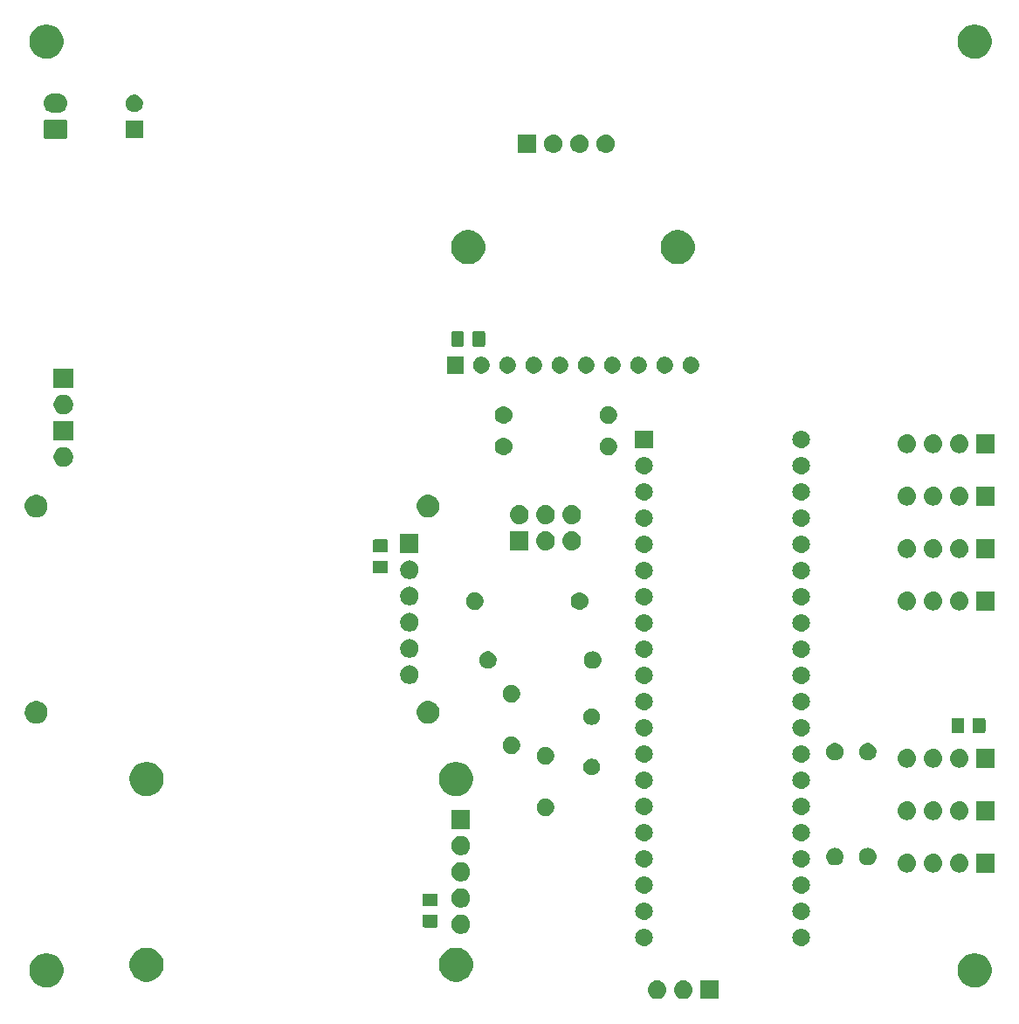
<source format=gbr>
G04 #@! TF.GenerationSoftware,KiCad,Pcbnew,5.1.4*
G04 #@! TF.CreationDate,2019-09-28T03:23:27+02:00*
G04 #@! TF.ProjectId,Stratosensor,53747261-746f-4736-956e-736f722e6b69,rev?*
G04 #@! TF.SameCoordinates,Original*
G04 #@! TF.FileFunction,Soldermask,Top*
G04 #@! TF.FilePolarity,Negative*
%FSLAX46Y46*%
G04 Gerber Fmt 4.6, Leading zero omitted, Abs format (unit mm)*
G04 Created by KiCad (PCBNEW 5.1.4) date 2019-09-28 03:23:27*
%MOMM*%
%LPD*%
G04 APERTURE LIST*
%ADD10C,0.100000*%
G04 APERTURE END LIST*
D10*
G36*
X114320442Y-145995518D02*
G01*
X114386627Y-146002037D01*
X114556466Y-146053557D01*
X114712991Y-146137222D01*
X114748729Y-146166552D01*
X114850186Y-146249814D01*
X114933448Y-146351271D01*
X114962778Y-146387009D01*
X115046443Y-146543534D01*
X115097963Y-146713373D01*
X115115359Y-146890000D01*
X115097963Y-147066627D01*
X115046443Y-147236466D01*
X114962778Y-147392991D01*
X114933448Y-147428729D01*
X114850186Y-147530186D01*
X114748729Y-147613448D01*
X114712991Y-147642778D01*
X114556466Y-147726443D01*
X114386627Y-147777963D01*
X114320443Y-147784481D01*
X114254260Y-147791000D01*
X114165740Y-147791000D01*
X114099557Y-147784481D01*
X114033373Y-147777963D01*
X113863534Y-147726443D01*
X113707009Y-147642778D01*
X113671271Y-147613448D01*
X113569814Y-147530186D01*
X113486552Y-147428729D01*
X113457222Y-147392991D01*
X113373557Y-147236466D01*
X113322037Y-147066627D01*
X113304641Y-146890000D01*
X113322037Y-146713373D01*
X113373557Y-146543534D01*
X113457222Y-146387009D01*
X113486552Y-146351271D01*
X113569814Y-146249814D01*
X113671271Y-146166552D01*
X113707009Y-146137222D01*
X113863534Y-146053557D01*
X114033373Y-146002037D01*
X114099558Y-145995518D01*
X114165740Y-145989000D01*
X114254260Y-145989000D01*
X114320442Y-145995518D01*
X114320442Y-145995518D01*
G37*
G36*
X116860442Y-145995518D02*
G01*
X116926627Y-146002037D01*
X117096466Y-146053557D01*
X117252991Y-146137222D01*
X117288729Y-146166552D01*
X117390186Y-146249814D01*
X117473448Y-146351271D01*
X117502778Y-146387009D01*
X117586443Y-146543534D01*
X117637963Y-146713373D01*
X117655359Y-146890000D01*
X117637963Y-147066627D01*
X117586443Y-147236466D01*
X117502778Y-147392991D01*
X117473448Y-147428729D01*
X117390186Y-147530186D01*
X117288729Y-147613448D01*
X117252991Y-147642778D01*
X117096466Y-147726443D01*
X116926627Y-147777963D01*
X116860443Y-147784481D01*
X116794260Y-147791000D01*
X116705740Y-147791000D01*
X116639557Y-147784481D01*
X116573373Y-147777963D01*
X116403534Y-147726443D01*
X116247009Y-147642778D01*
X116211271Y-147613448D01*
X116109814Y-147530186D01*
X116026552Y-147428729D01*
X115997222Y-147392991D01*
X115913557Y-147236466D01*
X115862037Y-147066627D01*
X115844641Y-146890000D01*
X115862037Y-146713373D01*
X115913557Y-146543534D01*
X115997222Y-146387009D01*
X116026552Y-146351271D01*
X116109814Y-146249814D01*
X116211271Y-146166552D01*
X116247009Y-146137222D01*
X116403534Y-146053557D01*
X116573373Y-146002037D01*
X116639558Y-145995518D01*
X116705740Y-145989000D01*
X116794260Y-145989000D01*
X116860442Y-145995518D01*
X116860442Y-145995518D01*
G37*
G36*
X120191000Y-147791000D02*
G01*
X118389000Y-147791000D01*
X118389000Y-145989000D01*
X120191000Y-145989000D01*
X120191000Y-147791000D01*
X120191000Y-147791000D01*
G37*
G36*
X145375256Y-143391298D02*
G01*
X145481579Y-143412447D01*
X145782042Y-143536903D01*
X146052451Y-143717585D01*
X146282415Y-143947549D01*
X146463097Y-144217958D01*
X146587553Y-144518421D01*
X146651000Y-144837391D01*
X146651000Y-145162609D01*
X146587553Y-145481579D01*
X146463097Y-145782042D01*
X146282415Y-146052451D01*
X146052451Y-146282415D01*
X145782042Y-146463097D01*
X145481579Y-146587553D01*
X145375256Y-146608702D01*
X145162611Y-146651000D01*
X144837389Y-146651000D01*
X144624744Y-146608702D01*
X144518421Y-146587553D01*
X144217958Y-146463097D01*
X143947549Y-146282415D01*
X143717585Y-146052451D01*
X143536903Y-145782042D01*
X143412447Y-145481579D01*
X143349000Y-145162609D01*
X143349000Y-144837391D01*
X143412447Y-144518421D01*
X143536903Y-144217958D01*
X143717585Y-143947549D01*
X143947549Y-143717585D01*
X144217958Y-143536903D01*
X144518421Y-143412447D01*
X144624744Y-143391298D01*
X144837389Y-143349000D01*
X145162611Y-143349000D01*
X145375256Y-143391298D01*
X145375256Y-143391298D01*
G37*
G36*
X55375256Y-143391298D02*
G01*
X55481579Y-143412447D01*
X55782042Y-143536903D01*
X56052451Y-143717585D01*
X56282415Y-143947549D01*
X56463097Y-144217958D01*
X56587553Y-144518421D01*
X56651000Y-144837391D01*
X56651000Y-145162609D01*
X56587553Y-145481579D01*
X56463097Y-145782042D01*
X56282415Y-146052451D01*
X56052451Y-146282415D01*
X55782042Y-146463097D01*
X55481579Y-146587553D01*
X55375256Y-146608702D01*
X55162611Y-146651000D01*
X54837389Y-146651000D01*
X54624744Y-146608702D01*
X54518421Y-146587553D01*
X54217958Y-146463097D01*
X53947549Y-146282415D01*
X53717585Y-146052451D01*
X53536903Y-145782042D01*
X53412447Y-145481579D01*
X53349000Y-145162609D01*
X53349000Y-144837391D01*
X53412447Y-144518421D01*
X53536903Y-144217958D01*
X53717585Y-143947549D01*
X53947549Y-143717585D01*
X54217958Y-143536903D01*
X54518421Y-143412447D01*
X54624744Y-143391298D01*
X54837389Y-143349000D01*
X55162611Y-143349000D01*
X55375256Y-143391298D01*
X55375256Y-143391298D01*
G37*
G36*
X95075256Y-142851298D02*
G01*
X95181579Y-142872447D01*
X95482042Y-142996903D01*
X95752451Y-143177585D01*
X95982415Y-143407549D01*
X96163097Y-143677958D01*
X96287553Y-143978421D01*
X96351000Y-144297391D01*
X96351000Y-144622609D01*
X96287553Y-144941579D01*
X96163097Y-145242042D01*
X95982415Y-145512451D01*
X95752451Y-145742415D01*
X95482042Y-145923097D01*
X95181579Y-146047553D01*
X95075256Y-146068702D01*
X94862611Y-146111000D01*
X94537389Y-146111000D01*
X94324744Y-146068702D01*
X94218421Y-146047553D01*
X93917958Y-145923097D01*
X93647549Y-145742415D01*
X93417585Y-145512451D01*
X93236903Y-145242042D01*
X93112447Y-144941579D01*
X93049000Y-144622609D01*
X93049000Y-144297391D01*
X93112447Y-143978421D01*
X93236903Y-143677958D01*
X93417585Y-143407549D01*
X93647549Y-143177585D01*
X93917958Y-142996903D01*
X94218421Y-142872447D01*
X94324744Y-142851298D01*
X94537389Y-142809000D01*
X94862611Y-142809000D01*
X95075256Y-142851298D01*
X95075256Y-142851298D01*
G37*
G36*
X65075256Y-142851298D02*
G01*
X65181579Y-142872447D01*
X65482042Y-142996903D01*
X65752451Y-143177585D01*
X65982415Y-143407549D01*
X66163097Y-143677958D01*
X66287553Y-143978421D01*
X66351000Y-144297391D01*
X66351000Y-144622609D01*
X66287553Y-144941579D01*
X66163097Y-145242042D01*
X65982415Y-145512451D01*
X65752451Y-145742415D01*
X65482042Y-145923097D01*
X65181579Y-146047553D01*
X65075256Y-146068702D01*
X64862611Y-146111000D01*
X64537389Y-146111000D01*
X64324744Y-146068702D01*
X64218421Y-146047553D01*
X63917958Y-145923097D01*
X63647549Y-145742415D01*
X63417585Y-145512451D01*
X63236903Y-145242042D01*
X63112447Y-144941579D01*
X63049000Y-144622609D01*
X63049000Y-144297391D01*
X63112447Y-143978421D01*
X63236903Y-143677958D01*
X63417585Y-143407549D01*
X63647549Y-143177585D01*
X63917958Y-142996903D01*
X64218421Y-142872447D01*
X64324744Y-142851298D01*
X64537389Y-142809000D01*
X64862611Y-142809000D01*
X65075256Y-142851298D01*
X65075256Y-142851298D01*
G37*
G36*
X113106823Y-140971313D02*
G01*
X113267242Y-141019976D01*
X113399906Y-141090886D01*
X113415078Y-141098996D01*
X113544659Y-141205341D01*
X113651004Y-141334922D01*
X113651005Y-141334924D01*
X113730024Y-141482758D01*
X113778687Y-141643177D01*
X113795117Y-141810000D01*
X113778687Y-141976823D01*
X113730024Y-142137242D01*
X113659114Y-142269906D01*
X113651004Y-142285078D01*
X113544659Y-142414659D01*
X113415078Y-142521004D01*
X113415076Y-142521005D01*
X113267242Y-142600024D01*
X113106823Y-142648687D01*
X112981804Y-142661000D01*
X112898196Y-142661000D01*
X112773177Y-142648687D01*
X112612758Y-142600024D01*
X112464924Y-142521005D01*
X112464922Y-142521004D01*
X112335341Y-142414659D01*
X112228996Y-142285078D01*
X112220886Y-142269906D01*
X112149976Y-142137242D01*
X112101313Y-141976823D01*
X112084883Y-141810000D01*
X112101313Y-141643177D01*
X112149976Y-141482758D01*
X112228995Y-141334924D01*
X112228996Y-141334922D01*
X112335341Y-141205341D01*
X112464922Y-141098996D01*
X112480094Y-141090886D01*
X112612758Y-141019976D01*
X112773177Y-140971313D01*
X112898196Y-140959000D01*
X112981804Y-140959000D01*
X113106823Y-140971313D01*
X113106823Y-140971313D01*
G37*
G36*
X128346823Y-140971313D02*
G01*
X128507242Y-141019976D01*
X128639906Y-141090886D01*
X128655078Y-141098996D01*
X128784659Y-141205341D01*
X128891004Y-141334922D01*
X128891005Y-141334924D01*
X128970024Y-141482758D01*
X129018687Y-141643177D01*
X129035117Y-141810000D01*
X129018687Y-141976823D01*
X128970024Y-142137242D01*
X128899114Y-142269906D01*
X128891004Y-142285078D01*
X128784659Y-142414659D01*
X128655078Y-142521004D01*
X128655076Y-142521005D01*
X128507242Y-142600024D01*
X128346823Y-142648687D01*
X128221804Y-142661000D01*
X128138196Y-142661000D01*
X128013177Y-142648687D01*
X127852758Y-142600024D01*
X127704924Y-142521005D01*
X127704922Y-142521004D01*
X127575341Y-142414659D01*
X127468996Y-142285078D01*
X127460886Y-142269906D01*
X127389976Y-142137242D01*
X127341313Y-141976823D01*
X127324883Y-141810000D01*
X127341313Y-141643177D01*
X127389976Y-141482758D01*
X127468995Y-141334924D01*
X127468996Y-141334922D01*
X127575341Y-141205341D01*
X127704922Y-141098996D01*
X127720094Y-141090886D01*
X127852758Y-141019976D01*
X128013177Y-140971313D01*
X128138196Y-140959000D01*
X128221804Y-140959000D01*
X128346823Y-140971313D01*
X128346823Y-140971313D01*
G37*
G36*
X95430104Y-139649585D02*
G01*
X95598626Y-139719389D01*
X95750291Y-139820728D01*
X95879272Y-139949709D01*
X95980611Y-140101374D01*
X96050415Y-140269896D01*
X96086000Y-140448797D01*
X96086000Y-140631203D01*
X96050415Y-140810104D01*
X95980611Y-140978626D01*
X95879272Y-141130291D01*
X95750291Y-141259272D01*
X95598626Y-141360611D01*
X95430104Y-141430415D01*
X95251203Y-141466000D01*
X95068797Y-141466000D01*
X94889896Y-141430415D01*
X94721374Y-141360611D01*
X94569709Y-141259272D01*
X94440728Y-141130291D01*
X94339389Y-140978626D01*
X94269585Y-140810104D01*
X94234000Y-140631203D01*
X94234000Y-140448797D01*
X94269585Y-140269896D01*
X94339389Y-140101374D01*
X94440728Y-139949709D01*
X94569709Y-139820728D01*
X94721374Y-139719389D01*
X94889896Y-139649585D01*
X95068797Y-139614000D01*
X95251203Y-139614000D01*
X95430104Y-139649585D01*
X95430104Y-139649585D01*
G37*
G36*
X92790674Y-139604465D02*
G01*
X92828367Y-139615899D01*
X92863103Y-139634466D01*
X92893548Y-139659452D01*
X92918534Y-139689897D01*
X92937101Y-139724633D01*
X92948535Y-139762326D01*
X92953000Y-139807661D01*
X92953000Y-140644339D01*
X92948535Y-140689674D01*
X92937101Y-140727367D01*
X92918534Y-140762103D01*
X92893548Y-140792548D01*
X92863103Y-140817534D01*
X92828367Y-140836101D01*
X92790674Y-140847535D01*
X92745339Y-140852000D01*
X91658661Y-140852000D01*
X91613326Y-140847535D01*
X91575633Y-140836101D01*
X91540897Y-140817534D01*
X91510452Y-140792548D01*
X91485466Y-140762103D01*
X91466899Y-140727367D01*
X91455465Y-140689674D01*
X91451000Y-140644339D01*
X91451000Y-139807661D01*
X91455465Y-139762326D01*
X91466899Y-139724633D01*
X91485466Y-139689897D01*
X91510452Y-139659452D01*
X91540897Y-139634466D01*
X91575633Y-139615899D01*
X91613326Y-139604465D01*
X91658661Y-139600000D01*
X92745339Y-139600000D01*
X92790674Y-139604465D01*
X92790674Y-139604465D01*
G37*
G36*
X113106823Y-138431313D02*
G01*
X113267242Y-138479976D01*
X113399906Y-138550886D01*
X113415078Y-138558996D01*
X113544659Y-138665341D01*
X113651004Y-138794922D01*
X113651005Y-138794924D01*
X113730024Y-138942758D01*
X113778687Y-139103177D01*
X113795117Y-139270000D01*
X113778687Y-139436823D01*
X113730024Y-139597242D01*
X113680499Y-139689897D01*
X113651004Y-139745078D01*
X113544659Y-139874659D01*
X113415078Y-139981004D01*
X113415076Y-139981005D01*
X113267242Y-140060024D01*
X113106823Y-140108687D01*
X112981804Y-140121000D01*
X112898196Y-140121000D01*
X112773177Y-140108687D01*
X112612758Y-140060024D01*
X112464924Y-139981005D01*
X112464922Y-139981004D01*
X112335341Y-139874659D01*
X112228996Y-139745078D01*
X112199501Y-139689897D01*
X112149976Y-139597242D01*
X112101313Y-139436823D01*
X112084883Y-139270000D01*
X112101313Y-139103177D01*
X112149976Y-138942758D01*
X112228995Y-138794924D01*
X112228996Y-138794922D01*
X112335341Y-138665341D01*
X112464922Y-138558996D01*
X112480094Y-138550886D01*
X112612758Y-138479976D01*
X112773177Y-138431313D01*
X112898196Y-138419000D01*
X112981804Y-138419000D01*
X113106823Y-138431313D01*
X113106823Y-138431313D01*
G37*
G36*
X128346823Y-138431313D02*
G01*
X128507242Y-138479976D01*
X128639906Y-138550886D01*
X128655078Y-138558996D01*
X128784659Y-138665341D01*
X128891004Y-138794922D01*
X128891005Y-138794924D01*
X128970024Y-138942758D01*
X129018687Y-139103177D01*
X129035117Y-139270000D01*
X129018687Y-139436823D01*
X128970024Y-139597242D01*
X128920499Y-139689897D01*
X128891004Y-139745078D01*
X128784659Y-139874659D01*
X128655078Y-139981004D01*
X128655076Y-139981005D01*
X128507242Y-140060024D01*
X128346823Y-140108687D01*
X128221804Y-140121000D01*
X128138196Y-140121000D01*
X128013177Y-140108687D01*
X127852758Y-140060024D01*
X127704924Y-139981005D01*
X127704922Y-139981004D01*
X127575341Y-139874659D01*
X127468996Y-139745078D01*
X127439501Y-139689897D01*
X127389976Y-139597242D01*
X127341313Y-139436823D01*
X127324883Y-139270000D01*
X127341313Y-139103177D01*
X127389976Y-138942758D01*
X127468995Y-138794924D01*
X127468996Y-138794922D01*
X127575341Y-138665341D01*
X127704922Y-138558996D01*
X127720094Y-138550886D01*
X127852758Y-138479976D01*
X128013177Y-138431313D01*
X128138196Y-138419000D01*
X128221804Y-138419000D01*
X128346823Y-138431313D01*
X128346823Y-138431313D01*
G37*
G36*
X95430104Y-137109585D02*
G01*
X95598626Y-137179389D01*
X95750291Y-137280728D01*
X95879272Y-137409709D01*
X95980611Y-137561374D01*
X96050415Y-137729896D01*
X96086000Y-137908797D01*
X96086000Y-138091203D01*
X96050415Y-138270104D01*
X95980611Y-138438626D01*
X95879272Y-138590291D01*
X95750291Y-138719272D01*
X95598626Y-138820611D01*
X95430104Y-138890415D01*
X95251203Y-138926000D01*
X95068797Y-138926000D01*
X94889896Y-138890415D01*
X94721374Y-138820611D01*
X94569709Y-138719272D01*
X94440728Y-138590291D01*
X94339389Y-138438626D01*
X94269585Y-138270104D01*
X94234000Y-138091203D01*
X94234000Y-137908797D01*
X94269585Y-137729896D01*
X94339389Y-137561374D01*
X94440728Y-137409709D01*
X94569709Y-137280728D01*
X94721374Y-137179389D01*
X94889896Y-137109585D01*
X95068797Y-137074000D01*
X95251203Y-137074000D01*
X95430104Y-137109585D01*
X95430104Y-137109585D01*
G37*
G36*
X92790674Y-137554465D02*
G01*
X92828367Y-137565899D01*
X92863103Y-137584466D01*
X92893548Y-137609452D01*
X92918534Y-137639897D01*
X92937101Y-137674633D01*
X92948535Y-137712326D01*
X92953000Y-137757661D01*
X92953000Y-138594339D01*
X92948535Y-138639674D01*
X92937101Y-138677367D01*
X92918534Y-138712103D01*
X92893548Y-138742548D01*
X92863103Y-138767534D01*
X92828367Y-138786101D01*
X92790674Y-138797535D01*
X92745339Y-138802000D01*
X91658661Y-138802000D01*
X91613326Y-138797535D01*
X91575633Y-138786101D01*
X91540897Y-138767534D01*
X91510452Y-138742548D01*
X91485466Y-138712103D01*
X91466899Y-138677367D01*
X91455465Y-138639674D01*
X91451000Y-138594339D01*
X91451000Y-137757661D01*
X91455465Y-137712326D01*
X91466899Y-137674633D01*
X91485466Y-137639897D01*
X91510452Y-137609452D01*
X91540897Y-137584466D01*
X91575633Y-137565899D01*
X91613326Y-137554465D01*
X91658661Y-137550000D01*
X92745339Y-137550000D01*
X92790674Y-137554465D01*
X92790674Y-137554465D01*
G37*
G36*
X113106823Y-135891313D02*
G01*
X113267242Y-135939976D01*
X113399906Y-136010886D01*
X113415078Y-136018996D01*
X113544659Y-136125341D01*
X113651004Y-136254922D01*
X113651005Y-136254924D01*
X113730024Y-136402758D01*
X113778687Y-136563177D01*
X113795117Y-136730000D01*
X113778687Y-136896823D01*
X113730024Y-137057242D01*
X113664735Y-137179389D01*
X113651004Y-137205078D01*
X113544659Y-137334659D01*
X113415078Y-137441004D01*
X113415076Y-137441005D01*
X113267242Y-137520024D01*
X113106823Y-137568687D01*
X112981804Y-137581000D01*
X112898196Y-137581000D01*
X112773177Y-137568687D01*
X112612758Y-137520024D01*
X112464924Y-137441005D01*
X112464922Y-137441004D01*
X112335341Y-137334659D01*
X112228996Y-137205078D01*
X112215265Y-137179389D01*
X112149976Y-137057242D01*
X112101313Y-136896823D01*
X112084883Y-136730000D01*
X112101313Y-136563177D01*
X112149976Y-136402758D01*
X112228995Y-136254924D01*
X112228996Y-136254922D01*
X112335341Y-136125341D01*
X112464922Y-136018996D01*
X112480094Y-136010886D01*
X112612758Y-135939976D01*
X112773177Y-135891313D01*
X112898196Y-135879000D01*
X112981804Y-135879000D01*
X113106823Y-135891313D01*
X113106823Y-135891313D01*
G37*
G36*
X128346823Y-135891313D02*
G01*
X128507242Y-135939976D01*
X128639906Y-136010886D01*
X128655078Y-136018996D01*
X128784659Y-136125341D01*
X128891004Y-136254922D01*
X128891005Y-136254924D01*
X128970024Y-136402758D01*
X129018687Y-136563177D01*
X129035117Y-136730000D01*
X129018687Y-136896823D01*
X128970024Y-137057242D01*
X128904735Y-137179389D01*
X128891004Y-137205078D01*
X128784659Y-137334659D01*
X128655078Y-137441004D01*
X128655076Y-137441005D01*
X128507242Y-137520024D01*
X128346823Y-137568687D01*
X128221804Y-137581000D01*
X128138196Y-137581000D01*
X128013177Y-137568687D01*
X127852758Y-137520024D01*
X127704924Y-137441005D01*
X127704922Y-137441004D01*
X127575341Y-137334659D01*
X127468996Y-137205078D01*
X127455265Y-137179389D01*
X127389976Y-137057242D01*
X127341313Y-136896823D01*
X127324883Y-136730000D01*
X127341313Y-136563177D01*
X127389976Y-136402758D01*
X127468995Y-136254924D01*
X127468996Y-136254922D01*
X127575341Y-136125341D01*
X127704922Y-136018996D01*
X127720094Y-136010886D01*
X127852758Y-135939976D01*
X128013177Y-135891313D01*
X128138196Y-135879000D01*
X128221804Y-135879000D01*
X128346823Y-135891313D01*
X128346823Y-135891313D01*
G37*
G36*
X95430104Y-134569585D02*
G01*
X95598626Y-134639389D01*
X95750291Y-134740728D01*
X95879272Y-134869709D01*
X95980611Y-135021374D01*
X96050415Y-135189896D01*
X96086000Y-135368797D01*
X96086000Y-135551203D01*
X96050415Y-135730104D01*
X95980611Y-135898626D01*
X95879272Y-136050291D01*
X95750291Y-136179272D01*
X95598626Y-136280611D01*
X95430104Y-136350415D01*
X95251203Y-136386000D01*
X95068797Y-136386000D01*
X94889896Y-136350415D01*
X94721374Y-136280611D01*
X94569709Y-136179272D01*
X94440728Y-136050291D01*
X94339389Y-135898626D01*
X94269585Y-135730104D01*
X94234000Y-135551203D01*
X94234000Y-135368797D01*
X94269585Y-135189896D01*
X94339389Y-135021374D01*
X94440728Y-134869709D01*
X94569709Y-134740728D01*
X94721374Y-134639389D01*
X94889896Y-134569585D01*
X95068797Y-134534000D01*
X95251203Y-134534000D01*
X95430104Y-134569585D01*
X95430104Y-134569585D01*
G37*
G36*
X138540443Y-133725519D02*
G01*
X138606627Y-133732037D01*
X138776466Y-133783557D01*
X138932991Y-133867222D01*
X138968729Y-133896552D01*
X139070186Y-133979814D01*
X139153448Y-134081271D01*
X139182778Y-134117009D01*
X139266443Y-134273534D01*
X139317963Y-134443373D01*
X139335359Y-134620000D01*
X139317963Y-134796627D01*
X139266443Y-134966466D01*
X139182778Y-135122991D01*
X139153448Y-135158729D01*
X139070186Y-135260186D01*
X138968729Y-135343448D01*
X138932991Y-135372778D01*
X138776466Y-135456443D01*
X138606627Y-135507963D01*
X138540443Y-135514481D01*
X138474260Y-135521000D01*
X138385740Y-135521000D01*
X138319557Y-135514481D01*
X138253373Y-135507963D01*
X138083534Y-135456443D01*
X137927009Y-135372778D01*
X137891271Y-135343448D01*
X137789814Y-135260186D01*
X137706552Y-135158729D01*
X137677222Y-135122991D01*
X137593557Y-134966466D01*
X137542037Y-134796627D01*
X137524641Y-134620000D01*
X137542037Y-134443373D01*
X137593557Y-134273534D01*
X137677222Y-134117009D01*
X137706552Y-134081271D01*
X137789814Y-133979814D01*
X137891271Y-133896552D01*
X137927009Y-133867222D01*
X138083534Y-133783557D01*
X138253373Y-133732037D01*
X138319557Y-133725519D01*
X138385740Y-133719000D01*
X138474260Y-133719000D01*
X138540443Y-133725519D01*
X138540443Y-133725519D01*
G37*
G36*
X141080443Y-133725519D02*
G01*
X141146627Y-133732037D01*
X141316466Y-133783557D01*
X141472991Y-133867222D01*
X141508729Y-133896552D01*
X141610186Y-133979814D01*
X141693448Y-134081271D01*
X141722778Y-134117009D01*
X141806443Y-134273534D01*
X141857963Y-134443373D01*
X141875359Y-134620000D01*
X141857963Y-134796627D01*
X141806443Y-134966466D01*
X141722778Y-135122991D01*
X141693448Y-135158729D01*
X141610186Y-135260186D01*
X141508729Y-135343448D01*
X141472991Y-135372778D01*
X141316466Y-135456443D01*
X141146627Y-135507963D01*
X141080443Y-135514481D01*
X141014260Y-135521000D01*
X140925740Y-135521000D01*
X140859557Y-135514481D01*
X140793373Y-135507963D01*
X140623534Y-135456443D01*
X140467009Y-135372778D01*
X140431271Y-135343448D01*
X140329814Y-135260186D01*
X140246552Y-135158729D01*
X140217222Y-135122991D01*
X140133557Y-134966466D01*
X140082037Y-134796627D01*
X140064641Y-134620000D01*
X140082037Y-134443373D01*
X140133557Y-134273534D01*
X140217222Y-134117009D01*
X140246552Y-134081271D01*
X140329814Y-133979814D01*
X140431271Y-133896552D01*
X140467009Y-133867222D01*
X140623534Y-133783557D01*
X140793373Y-133732037D01*
X140859557Y-133725519D01*
X140925740Y-133719000D01*
X141014260Y-133719000D01*
X141080443Y-133725519D01*
X141080443Y-133725519D01*
G37*
G36*
X146951000Y-135521000D02*
G01*
X145149000Y-135521000D01*
X145149000Y-133719000D01*
X146951000Y-133719000D01*
X146951000Y-135521000D01*
X146951000Y-135521000D01*
G37*
G36*
X143620443Y-133725519D02*
G01*
X143686627Y-133732037D01*
X143856466Y-133783557D01*
X144012991Y-133867222D01*
X144048729Y-133896552D01*
X144150186Y-133979814D01*
X144233448Y-134081271D01*
X144262778Y-134117009D01*
X144346443Y-134273534D01*
X144397963Y-134443373D01*
X144415359Y-134620000D01*
X144397963Y-134796627D01*
X144346443Y-134966466D01*
X144262778Y-135122991D01*
X144233448Y-135158729D01*
X144150186Y-135260186D01*
X144048729Y-135343448D01*
X144012991Y-135372778D01*
X143856466Y-135456443D01*
X143686627Y-135507963D01*
X143620443Y-135514481D01*
X143554260Y-135521000D01*
X143465740Y-135521000D01*
X143399557Y-135514481D01*
X143333373Y-135507963D01*
X143163534Y-135456443D01*
X143007009Y-135372778D01*
X142971271Y-135343448D01*
X142869814Y-135260186D01*
X142786552Y-135158729D01*
X142757222Y-135122991D01*
X142673557Y-134966466D01*
X142622037Y-134796627D01*
X142604641Y-134620000D01*
X142622037Y-134443373D01*
X142673557Y-134273534D01*
X142757222Y-134117009D01*
X142786552Y-134081271D01*
X142869814Y-133979814D01*
X142971271Y-133896552D01*
X143007009Y-133867222D01*
X143163534Y-133783557D01*
X143333373Y-133732037D01*
X143399557Y-133725519D01*
X143465740Y-133719000D01*
X143554260Y-133719000D01*
X143620443Y-133725519D01*
X143620443Y-133725519D01*
G37*
G36*
X128346823Y-133351313D02*
G01*
X128507242Y-133399976D01*
X128639906Y-133470886D01*
X128655078Y-133478996D01*
X128784659Y-133585341D01*
X128891004Y-133714922D01*
X128891005Y-133714924D01*
X128970024Y-133862758D01*
X129018687Y-134023177D01*
X129035117Y-134190000D01*
X129018687Y-134356823D01*
X128970024Y-134517242D01*
X128931316Y-134589659D01*
X128891004Y-134665078D01*
X128784659Y-134794659D01*
X128655078Y-134901004D01*
X128655076Y-134901005D01*
X128507242Y-134980024D01*
X128346823Y-135028687D01*
X128221804Y-135041000D01*
X128138196Y-135041000D01*
X128013177Y-135028687D01*
X127852758Y-134980024D01*
X127704924Y-134901005D01*
X127704922Y-134901004D01*
X127575341Y-134794659D01*
X127468996Y-134665078D01*
X127428684Y-134589659D01*
X127389976Y-134517242D01*
X127341313Y-134356823D01*
X127324883Y-134190000D01*
X127341313Y-134023177D01*
X127389976Y-133862758D01*
X127468995Y-133714924D01*
X127468996Y-133714922D01*
X127575341Y-133585341D01*
X127704922Y-133478996D01*
X127720094Y-133470886D01*
X127852758Y-133399976D01*
X128013177Y-133351313D01*
X128138196Y-133339000D01*
X128221804Y-133339000D01*
X128346823Y-133351313D01*
X128346823Y-133351313D01*
G37*
G36*
X113106823Y-133351313D02*
G01*
X113267242Y-133399976D01*
X113399906Y-133470886D01*
X113415078Y-133478996D01*
X113544659Y-133585341D01*
X113651004Y-133714922D01*
X113651005Y-133714924D01*
X113730024Y-133862758D01*
X113778687Y-134023177D01*
X113795117Y-134190000D01*
X113778687Y-134356823D01*
X113730024Y-134517242D01*
X113691316Y-134589659D01*
X113651004Y-134665078D01*
X113544659Y-134794659D01*
X113415078Y-134901004D01*
X113415076Y-134901005D01*
X113267242Y-134980024D01*
X113106823Y-135028687D01*
X112981804Y-135041000D01*
X112898196Y-135041000D01*
X112773177Y-135028687D01*
X112612758Y-134980024D01*
X112464924Y-134901005D01*
X112464922Y-134901004D01*
X112335341Y-134794659D01*
X112228996Y-134665078D01*
X112188684Y-134589659D01*
X112149976Y-134517242D01*
X112101313Y-134356823D01*
X112084883Y-134190000D01*
X112101313Y-134023177D01*
X112149976Y-133862758D01*
X112228995Y-133714924D01*
X112228996Y-133714922D01*
X112335341Y-133585341D01*
X112464922Y-133478996D01*
X112480094Y-133470886D01*
X112612758Y-133399976D01*
X112773177Y-133351313D01*
X112898196Y-133339000D01*
X112981804Y-133339000D01*
X113106823Y-133351313D01*
X113106823Y-133351313D01*
G37*
G36*
X134786823Y-133146313D02*
G01*
X134947242Y-133194976D01*
X135079906Y-133265886D01*
X135095078Y-133273996D01*
X135224659Y-133380341D01*
X135331004Y-133509922D01*
X135331005Y-133509924D01*
X135410024Y-133657758D01*
X135458687Y-133818177D01*
X135475117Y-133985000D01*
X135458687Y-134151823D01*
X135410024Y-134312242D01*
X135339933Y-134443373D01*
X135331004Y-134460078D01*
X135224659Y-134589659D01*
X135095078Y-134696004D01*
X135095076Y-134696005D01*
X134947242Y-134775024D01*
X134786823Y-134823687D01*
X134661804Y-134836000D01*
X134578196Y-134836000D01*
X134453177Y-134823687D01*
X134292758Y-134775024D01*
X134144924Y-134696005D01*
X134144922Y-134696004D01*
X134015341Y-134589659D01*
X133908996Y-134460078D01*
X133900067Y-134443373D01*
X133829976Y-134312242D01*
X133781313Y-134151823D01*
X133764883Y-133985000D01*
X133781313Y-133818177D01*
X133829976Y-133657758D01*
X133908995Y-133509924D01*
X133908996Y-133509922D01*
X134015341Y-133380341D01*
X134144922Y-133273996D01*
X134160094Y-133265886D01*
X134292758Y-133194976D01*
X134453177Y-133146313D01*
X134578196Y-133134000D01*
X134661804Y-133134000D01*
X134786823Y-133146313D01*
X134786823Y-133146313D01*
G37*
G36*
X131611823Y-133146313D02*
G01*
X131772242Y-133194976D01*
X131904906Y-133265886D01*
X131920078Y-133273996D01*
X132049659Y-133380341D01*
X132156004Y-133509922D01*
X132156005Y-133509924D01*
X132235024Y-133657758D01*
X132283687Y-133818177D01*
X132300117Y-133985000D01*
X132283687Y-134151823D01*
X132235024Y-134312242D01*
X132164933Y-134443373D01*
X132156004Y-134460078D01*
X132049659Y-134589659D01*
X131920078Y-134696004D01*
X131920076Y-134696005D01*
X131772242Y-134775024D01*
X131611823Y-134823687D01*
X131486804Y-134836000D01*
X131403196Y-134836000D01*
X131278177Y-134823687D01*
X131117758Y-134775024D01*
X130969924Y-134696005D01*
X130969922Y-134696004D01*
X130840341Y-134589659D01*
X130733996Y-134460078D01*
X130725067Y-134443373D01*
X130654976Y-134312242D01*
X130606313Y-134151823D01*
X130589883Y-133985000D01*
X130606313Y-133818177D01*
X130654976Y-133657758D01*
X130733995Y-133509924D01*
X130733996Y-133509922D01*
X130840341Y-133380341D01*
X130969922Y-133273996D01*
X130985094Y-133265886D01*
X131117758Y-133194976D01*
X131278177Y-133146313D01*
X131403196Y-133134000D01*
X131486804Y-133134000D01*
X131611823Y-133146313D01*
X131611823Y-133146313D01*
G37*
G36*
X95430104Y-132029585D02*
G01*
X95598626Y-132099389D01*
X95750291Y-132200728D01*
X95879272Y-132329709D01*
X95980611Y-132481374D01*
X96050415Y-132649896D01*
X96086000Y-132828797D01*
X96086000Y-133011203D01*
X96050415Y-133190104D01*
X95980611Y-133358626D01*
X95879272Y-133510291D01*
X95750291Y-133639272D01*
X95598626Y-133740611D01*
X95430104Y-133810415D01*
X95251203Y-133846000D01*
X95068797Y-133846000D01*
X94889896Y-133810415D01*
X94721374Y-133740611D01*
X94569709Y-133639272D01*
X94440728Y-133510291D01*
X94339389Y-133358626D01*
X94269585Y-133190104D01*
X94234000Y-133011203D01*
X94234000Y-132828797D01*
X94269585Y-132649896D01*
X94339389Y-132481374D01*
X94440728Y-132329709D01*
X94569709Y-132200728D01*
X94721374Y-132099389D01*
X94889896Y-132029585D01*
X95068797Y-131994000D01*
X95251203Y-131994000D01*
X95430104Y-132029585D01*
X95430104Y-132029585D01*
G37*
G36*
X113106823Y-130811313D02*
G01*
X113267242Y-130859976D01*
X113399906Y-130930886D01*
X113415078Y-130938996D01*
X113544659Y-131045341D01*
X113651004Y-131174922D01*
X113651005Y-131174924D01*
X113730024Y-131322758D01*
X113778687Y-131483177D01*
X113795117Y-131650000D01*
X113778687Y-131816823D01*
X113730024Y-131977242D01*
X113664735Y-132099389D01*
X113651004Y-132125078D01*
X113544659Y-132254659D01*
X113415078Y-132361004D01*
X113415076Y-132361005D01*
X113267242Y-132440024D01*
X113106823Y-132488687D01*
X112981804Y-132501000D01*
X112898196Y-132501000D01*
X112773177Y-132488687D01*
X112612758Y-132440024D01*
X112464924Y-132361005D01*
X112464922Y-132361004D01*
X112335341Y-132254659D01*
X112228996Y-132125078D01*
X112215265Y-132099389D01*
X112149976Y-131977242D01*
X112101313Y-131816823D01*
X112084883Y-131650000D01*
X112101313Y-131483177D01*
X112149976Y-131322758D01*
X112228995Y-131174924D01*
X112228996Y-131174922D01*
X112335341Y-131045341D01*
X112464922Y-130938996D01*
X112480094Y-130930886D01*
X112612758Y-130859976D01*
X112773177Y-130811313D01*
X112898196Y-130799000D01*
X112981804Y-130799000D01*
X113106823Y-130811313D01*
X113106823Y-130811313D01*
G37*
G36*
X128346823Y-130811313D02*
G01*
X128507242Y-130859976D01*
X128639906Y-130930886D01*
X128655078Y-130938996D01*
X128784659Y-131045341D01*
X128891004Y-131174922D01*
X128891005Y-131174924D01*
X128970024Y-131322758D01*
X129018687Y-131483177D01*
X129035117Y-131650000D01*
X129018687Y-131816823D01*
X128970024Y-131977242D01*
X128904735Y-132099389D01*
X128891004Y-132125078D01*
X128784659Y-132254659D01*
X128655078Y-132361004D01*
X128655076Y-132361005D01*
X128507242Y-132440024D01*
X128346823Y-132488687D01*
X128221804Y-132501000D01*
X128138196Y-132501000D01*
X128013177Y-132488687D01*
X127852758Y-132440024D01*
X127704924Y-132361005D01*
X127704922Y-132361004D01*
X127575341Y-132254659D01*
X127468996Y-132125078D01*
X127455265Y-132099389D01*
X127389976Y-131977242D01*
X127341313Y-131816823D01*
X127324883Y-131650000D01*
X127341313Y-131483177D01*
X127389976Y-131322758D01*
X127468995Y-131174924D01*
X127468996Y-131174922D01*
X127575341Y-131045341D01*
X127704922Y-130938996D01*
X127720094Y-130930886D01*
X127852758Y-130859976D01*
X128013177Y-130811313D01*
X128138196Y-130799000D01*
X128221804Y-130799000D01*
X128346823Y-130811313D01*
X128346823Y-130811313D01*
G37*
G36*
X96086000Y-131306000D02*
G01*
X94234000Y-131306000D01*
X94234000Y-129454000D01*
X96086000Y-129454000D01*
X96086000Y-131306000D01*
X96086000Y-131306000D01*
G37*
G36*
X143620443Y-128645519D02*
G01*
X143686627Y-128652037D01*
X143856466Y-128703557D01*
X144012991Y-128787222D01*
X144032098Y-128802903D01*
X144150186Y-128899814D01*
X144233448Y-129001271D01*
X144262778Y-129037009D01*
X144346443Y-129193534D01*
X144397963Y-129363373D01*
X144415359Y-129540000D01*
X144397963Y-129716627D01*
X144346443Y-129886466D01*
X144262778Y-130042991D01*
X144251281Y-130057000D01*
X144150186Y-130180186D01*
X144048729Y-130263448D01*
X144012991Y-130292778D01*
X143856466Y-130376443D01*
X143686627Y-130427963D01*
X143620443Y-130434481D01*
X143554260Y-130441000D01*
X143465740Y-130441000D01*
X143399557Y-130434481D01*
X143333373Y-130427963D01*
X143163534Y-130376443D01*
X143007009Y-130292778D01*
X142971271Y-130263448D01*
X142869814Y-130180186D01*
X142768719Y-130057000D01*
X142757222Y-130042991D01*
X142673557Y-129886466D01*
X142622037Y-129716627D01*
X142604641Y-129540000D01*
X142622037Y-129363373D01*
X142673557Y-129193534D01*
X142757222Y-129037009D01*
X142786552Y-129001271D01*
X142869814Y-128899814D01*
X142987902Y-128802903D01*
X143007009Y-128787222D01*
X143163534Y-128703557D01*
X143333373Y-128652037D01*
X143399557Y-128645519D01*
X143465740Y-128639000D01*
X143554260Y-128639000D01*
X143620443Y-128645519D01*
X143620443Y-128645519D01*
G37*
G36*
X146951000Y-130441000D02*
G01*
X145149000Y-130441000D01*
X145149000Y-128639000D01*
X146951000Y-128639000D01*
X146951000Y-130441000D01*
X146951000Y-130441000D01*
G37*
G36*
X138540443Y-128645519D02*
G01*
X138606627Y-128652037D01*
X138776466Y-128703557D01*
X138932991Y-128787222D01*
X138952098Y-128802903D01*
X139070186Y-128899814D01*
X139153448Y-129001271D01*
X139182778Y-129037009D01*
X139266443Y-129193534D01*
X139317963Y-129363373D01*
X139335359Y-129540000D01*
X139317963Y-129716627D01*
X139266443Y-129886466D01*
X139182778Y-130042991D01*
X139171281Y-130057000D01*
X139070186Y-130180186D01*
X138968729Y-130263448D01*
X138932991Y-130292778D01*
X138776466Y-130376443D01*
X138606627Y-130427963D01*
X138540443Y-130434481D01*
X138474260Y-130441000D01*
X138385740Y-130441000D01*
X138319557Y-130434481D01*
X138253373Y-130427963D01*
X138083534Y-130376443D01*
X137927009Y-130292778D01*
X137891271Y-130263448D01*
X137789814Y-130180186D01*
X137688719Y-130057000D01*
X137677222Y-130042991D01*
X137593557Y-129886466D01*
X137542037Y-129716627D01*
X137524641Y-129540000D01*
X137542037Y-129363373D01*
X137593557Y-129193534D01*
X137677222Y-129037009D01*
X137706552Y-129001271D01*
X137789814Y-128899814D01*
X137907902Y-128802903D01*
X137927009Y-128787222D01*
X138083534Y-128703557D01*
X138253373Y-128652037D01*
X138319557Y-128645519D01*
X138385740Y-128639000D01*
X138474260Y-128639000D01*
X138540443Y-128645519D01*
X138540443Y-128645519D01*
G37*
G36*
X141080443Y-128645519D02*
G01*
X141146627Y-128652037D01*
X141316466Y-128703557D01*
X141472991Y-128787222D01*
X141492098Y-128802903D01*
X141610186Y-128899814D01*
X141693448Y-129001271D01*
X141722778Y-129037009D01*
X141806443Y-129193534D01*
X141857963Y-129363373D01*
X141875359Y-129540000D01*
X141857963Y-129716627D01*
X141806443Y-129886466D01*
X141722778Y-130042991D01*
X141711281Y-130057000D01*
X141610186Y-130180186D01*
X141508729Y-130263448D01*
X141472991Y-130292778D01*
X141316466Y-130376443D01*
X141146627Y-130427963D01*
X141080443Y-130434481D01*
X141014260Y-130441000D01*
X140925740Y-130441000D01*
X140859557Y-130434481D01*
X140793373Y-130427963D01*
X140623534Y-130376443D01*
X140467009Y-130292778D01*
X140431271Y-130263448D01*
X140329814Y-130180186D01*
X140228719Y-130057000D01*
X140217222Y-130042991D01*
X140133557Y-129886466D01*
X140082037Y-129716627D01*
X140064641Y-129540000D01*
X140082037Y-129363373D01*
X140133557Y-129193534D01*
X140217222Y-129037009D01*
X140246552Y-129001271D01*
X140329814Y-128899814D01*
X140447902Y-128802903D01*
X140467009Y-128787222D01*
X140623534Y-128703557D01*
X140793373Y-128652037D01*
X140859557Y-128645519D01*
X140925740Y-128639000D01*
X141014260Y-128639000D01*
X141080443Y-128645519D01*
X141080443Y-128645519D01*
G37*
G36*
X103626228Y-128387703D02*
G01*
X103781100Y-128451853D01*
X103920481Y-128544985D01*
X104039015Y-128663519D01*
X104132147Y-128802900D01*
X104196297Y-128957772D01*
X104229000Y-129122184D01*
X104229000Y-129289816D01*
X104196297Y-129454228D01*
X104132147Y-129609100D01*
X104039015Y-129748481D01*
X103920481Y-129867015D01*
X103781100Y-129960147D01*
X103626228Y-130024297D01*
X103461816Y-130057000D01*
X103294184Y-130057000D01*
X103129772Y-130024297D01*
X102974900Y-129960147D01*
X102835519Y-129867015D01*
X102716985Y-129748481D01*
X102623853Y-129609100D01*
X102559703Y-129454228D01*
X102527000Y-129289816D01*
X102527000Y-129122184D01*
X102559703Y-128957772D01*
X102623853Y-128802900D01*
X102716985Y-128663519D01*
X102835519Y-128544985D01*
X102974900Y-128451853D01*
X103129772Y-128387703D01*
X103294184Y-128355000D01*
X103461816Y-128355000D01*
X103626228Y-128387703D01*
X103626228Y-128387703D01*
G37*
G36*
X128346823Y-128271313D02*
G01*
X128507242Y-128319976D01*
X128572767Y-128355000D01*
X128655078Y-128398996D01*
X128784659Y-128505341D01*
X128891004Y-128634922D01*
X128891005Y-128634924D01*
X128970024Y-128782758D01*
X129018687Y-128943177D01*
X129035117Y-129110000D01*
X129018687Y-129276823D01*
X128970024Y-129437242D01*
X128960944Y-129454229D01*
X128891004Y-129585078D01*
X128784659Y-129714659D01*
X128655078Y-129821004D01*
X128655076Y-129821005D01*
X128507242Y-129900024D01*
X128346823Y-129948687D01*
X128221804Y-129961000D01*
X128138196Y-129961000D01*
X128013177Y-129948687D01*
X127852758Y-129900024D01*
X127704924Y-129821005D01*
X127704922Y-129821004D01*
X127575341Y-129714659D01*
X127468996Y-129585078D01*
X127399056Y-129454229D01*
X127389976Y-129437242D01*
X127341313Y-129276823D01*
X127324883Y-129110000D01*
X127341313Y-128943177D01*
X127389976Y-128782758D01*
X127468995Y-128634924D01*
X127468996Y-128634922D01*
X127575341Y-128505341D01*
X127704922Y-128398996D01*
X127787233Y-128355000D01*
X127852758Y-128319976D01*
X128013177Y-128271313D01*
X128138196Y-128259000D01*
X128221804Y-128259000D01*
X128346823Y-128271313D01*
X128346823Y-128271313D01*
G37*
G36*
X113106823Y-128271313D02*
G01*
X113267242Y-128319976D01*
X113332767Y-128355000D01*
X113415078Y-128398996D01*
X113544659Y-128505341D01*
X113651004Y-128634922D01*
X113651005Y-128634924D01*
X113730024Y-128782758D01*
X113778687Y-128943177D01*
X113795117Y-129110000D01*
X113778687Y-129276823D01*
X113730024Y-129437242D01*
X113720944Y-129454229D01*
X113651004Y-129585078D01*
X113544659Y-129714659D01*
X113415078Y-129821004D01*
X113415076Y-129821005D01*
X113267242Y-129900024D01*
X113106823Y-129948687D01*
X112981804Y-129961000D01*
X112898196Y-129961000D01*
X112773177Y-129948687D01*
X112612758Y-129900024D01*
X112464924Y-129821005D01*
X112464922Y-129821004D01*
X112335341Y-129714659D01*
X112228996Y-129585078D01*
X112159056Y-129454229D01*
X112149976Y-129437242D01*
X112101313Y-129276823D01*
X112084883Y-129110000D01*
X112101313Y-128943177D01*
X112149976Y-128782758D01*
X112228995Y-128634924D01*
X112228996Y-128634922D01*
X112335341Y-128505341D01*
X112464922Y-128398996D01*
X112547233Y-128355000D01*
X112612758Y-128319976D01*
X112773177Y-128271313D01*
X112898196Y-128259000D01*
X112981804Y-128259000D01*
X113106823Y-128271313D01*
X113106823Y-128271313D01*
G37*
G36*
X65075256Y-124851298D02*
G01*
X65181579Y-124872447D01*
X65482042Y-124996903D01*
X65752451Y-125177585D01*
X65982415Y-125407549D01*
X66163097Y-125677958D01*
X66163098Y-125677960D01*
X66287553Y-125978422D01*
X66351000Y-126297389D01*
X66351000Y-126622611D01*
X66328281Y-126736825D01*
X66287553Y-126941579D01*
X66163097Y-127242042D01*
X65982415Y-127512451D01*
X65752451Y-127742415D01*
X65482042Y-127923097D01*
X65181579Y-128047553D01*
X65075256Y-128068702D01*
X64862611Y-128111000D01*
X64537389Y-128111000D01*
X64324744Y-128068702D01*
X64218421Y-128047553D01*
X63917958Y-127923097D01*
X63647549Y-127742415D01*
X63417585Y-127512451D01*
X63236903Y-127242042D01*
X63112447Y-126941579D01*
X63071719Y-126736825D01*
X63049000Y-126622611D01*
X63049000Y-126297389D01*
X63112447Y-125978422D01*
X63236902Y-125677960D01*
X63236903Y-125677958D01*
X63417585Y-125407549D01*
X63647549Y-125177585D01*
X63917958Y-124996903D01*
X64218421Y-124872447D01*
X64324744Y-124851298D01*
X64537389Y-124809000D01*
X64862611Y-124809000D01*
X65075256Y-124851298D01*
X65075256Y-124851298D01*
G37*
G36*
X95075256Y-124851298D02*
G01*
X95181579Y-124872447D01*
X95482042Y-124996903D01*
X95752451Y-125177585D01*
X95982415Y-125407549D01*
X96163097Y-125677958D01*
X96163098Y-125677960D01*
X96287553Y-125978422D01*
X96351000Y-126297389D01*
X96351000Y-126622611D01*
X96328281Y-126736825D01*
X96287553Y-126941579D01*
X96163097Y-127242042D01*
X95982415Y-127512451D01*
X95752451Y-127742415D01*
X95482042Y-127923097D01*
X95181579Y-128047553D01*
X95075256Y-128068702D01*
X94862611Y-128111000D01*
X94537389Y-128111000D01*
X94324744Y-128068702D01*
X94218421Y-128047553D01*
X93917958Y-127923097D01*
X93647549Y-127742415D01*
X93417585Y-127512451D01*
X93236903Y-127242042D01*
X93112447Y-126941579D01*
X93071719Y-126736825D01*
X93049000Y-126622611D01*
X93049000Y-126297389D01*
X93112447Y-125978422D01*
X93236902Y-125677960D01*
X93236903Y-125677958D01*
X93417585Y-125407549D01*
X93647549Y-125177585D01*
X93917958Y-124996903D01*
X94218421Y-124872447D01*
X94324744Y-124851298D01*
X94537389Y-124809000D01*
X94862611Y-124809000D01*
X95075256Y-124851298D01*
X95075256Y-124851298D01*
G37*
G36*
X128346823Y-125731313D02*
G01*
X128507242Y-125779976D01*
X128564550Y-125810608D01*
X128655078Y-125858996D01*
X128784659Y-125965341D01*
X128891004Y-126094922D01*
X128891005Y-126094924D01*
X128970024Y-126242758D01*
X129018687Y-126403177D01*
X129035117Y-126570000D01*
X129018687Y-126736823D01*
X128970024Y-126897242D01*
X128946325Y-126941579D01*
X128891004Y-127045078D01*
X128784659Y-127174659D01*
X128655078Y-127281004D01*
X128655076Y-127281005D01*
X128507242Y-127360024D01*
X128346823Y-127408687D01*
X128221804Y-127421000D01*
X128138196Y-127421000D01*
X128013177Y-127408687D01*
X127852758Y-127360024D01*
X127704924Y-127281005D01*
X127704922Y-127281004D01*
X127575341Y-127174659D01*
X127468996Y-127045078D01*
X127413675Y-126941579D01*
X127389976Y-126897242D01*
X127341313Y-126736823D01*
X127324883Y-126570000D01*
X127341313Y-126403177D01*
X127389976Y-126242758D01*
X127468995Y-126094924D01*
X127468996Y-126094922D01*
X127575341Y-125965341D01*
X127704922Y-125858996D01*
X127795450Y-125810608D01*
X127852758Y-125779976D01*
X128013177Y-125731313D01*
X128138196Y-125719000D01*
X128221804Y-125719000D01*
X128346823Y-125731313D01*
X128346823Y-125731313D01*
G37*
G36*
X113106823Y-125731313D02*
G01*
X113267242Y-125779976D01*
X113324550Y-125810608D01*
X113415078Y-125858996D01*
X113544659Y-125965341D01*
X113651004Y-126094922D01*
X113651005Y-126094924D01*
X113730024Y-126242758D01*
X113778687Y-126403177D01*
X113795117Y-126570000D01*
X113778687Y-126736823D01*
X113730024Y-126897242D01*
X113706325Y-126941579D01*
X113651004Y-127045078D01*
X113544659Y-127174659D01*
X113415078Y-127281004D01*
X113415076Y-127281005D01*
X113267242Y-127360024D01*
X113106823Y-127408687D01*
X112981804Y-127421000D01*
X112898196Y-127421000D01*
X112773177Y-127408687D01*
X112612758Y-127360024D01*
X112464924Y-127281005D01*
X112464922Y-127281004D01*
X112335341Y-127174659D01*
X112228996Y-127045078D01*
X112173675Y-126941579D01*
X112149976Y-126897242D01*
X112101313Y-126736823D01*
X112084883Y-126570000D01*
X112101313Y-126403177D01*
X112149976Y-126242758D01*
X112228995Y-126094924D01*
X112228996Y-126094922D01*
X112335341Y-125965341D01*
X112464922Y-125858996D01*
X112555450Y-125810608D01*
X112612758Y-125779976D01*
X112773177Y-125731313D01*
X112898196Y-125719000D01*
X112981804Y-125719000D01*
X113106823Y-125731313D01*
X113106823Y-125731313D01*
G37*
G36*
X108093642Y-124529781D02*
G01*
X108239414Y-124590162D01*
X108239416Y-124590163D01*
X108370608Y-124677822D01*
X108482178Y-124789392D01*
X108537673Y-124872447D01*
X108569838Y-124920586D01*
X108630219Y-125066358D01*
X108661000Y-125221107D01*
X108661000Y-125378893D01*
X108630219Y-125533642D01*
X108570441Y-125677958D01*
X108569837Y-125679416D01*
X108482178Y-125810608D01*
X108370608Y-125922178D01*
X108239416Y-126009837D01*
X108239415Y-126009838D01*
X108239414Y-126009838D01*
X108093642Y-126070219D01*
X107938893Y-126101000D01*
X107781107Y-126101000D01*
X107626358Y-126070219D01*
X107480586Y-126009838D01*
X107480585Y-126009838D01*
X107480584Y-126009837D01*
X107349392Y-125922178D01*
X107237822Y-125810608D01*
X107150163Y-125679416D01*
X107149559Y-125677958D01*
X107089781Y-125533642D01*
X107059000Y-125378893D01*
X107059000Y-125221107D01*
X107089781Y-125066358D01*
X107150162Y-124920586D01*
X107182327Y-124872447D01*
X107237822Y-124789392D01*
X107349392Y-124677822D01*
X107480584Y-124590163D01*
X107480586Y-124590162D01*
X107626358Y-124529781D01*
X107781107Y-124499000D01*
X107938893Y-124499000D01*
X108093642Y-124529781D01*
X108093642Y-124529781D01*
G37*
G36*
X143620442Y-123565518D02*
G01*
X143686627Y-123572037D01*
X143856466Y-123623557D01*
X144012991Y-123707222D01*
X144043768Y-123732480D01*
X144150186Y-123819814D01*
X144223226Y-123908815D01*
X144262778Y-123957009D01*
X144346443Y-124113534D01*
X144397963Y-124283373D01*
X144415359Y-124460000D01*
X144397963Y-124636627D01*
X144346443Y-124806466D01*
X144262778Y-124962991D01*
X144234948Y-124996902D01*
X144150186Y-125100186D01*
X144048729Y-125183448D01*
X144012991Y-125212778D01*
X143856466Y-125296443D01*
X143686627Y-125347963D01*
X143620442Y-125354482D01*
X143554260Y-125361000D01*
X143465740Y-125361000D01*
X143399558Y-125354482D01*
X143333373Y-125347963D01*
X143163534Y-125296443D01*
X143007009Y-125212778D01*
X142971271Y-125183448D01*
X142869814Y-125100186D01*
X142785052Y-124996902D01*
X142757222Y-124962991D01*
X142673557Y-124806466D01*
X142622037Y-124636627D01*
X142604641Y-124460000D01*
X142622037Y-124283373D01*
X142673557Y-124113534D01*
X142757222Y-123957009D01*
X142796774Y-123908815D01*
X142869814Y-123819814D01*
X142976232Y-123732480D01*
X143007009Y-123707222D01*
X143163534Y-123623557D01*
X143333373Y-123572037D01*
X143399558Y-123565518D01*
X143465740Y-123559000D01*
X143554260Y-123559000D01*
X143620442Y-123565518D01*
X143620442Y-123565518D01*
G37*
G36*
X146951000Y-125361000D02*
G01*
X145149000Y-125361000D01*
X145149000Y-123559000D01*
X146951000Y-123559000D01*
X146951000Y-125361000D01*
X146951000Y-125361000D01*
G37*
G36*
X141080442Y-123565518D02*
G01*
X141146627Y-123572037D01*
X141316466Y-123623557D01*
X141472991Y-123707222D01*
X141503768Y-123732480D01*
X141610186Y-123819814D01*
X141683226Y-123908815D01*
X141722778Y-123957009D01*
X141806443Y-124113534D01*
X141857963Y-124283373D01*
X141875359Y-124460000D01*
X141857963Y-124636627D01*
X141806443Y-124806466D01*
X141722778Y-124962991D01*
X141694948Y-124996902D01*
X141610186Y-125100186D01*
X141508729Y-125183448D01*
X141472991Y-125212778D01*
X141316466Y-125296443D01*
X141146627Y-125347963D01*
X141080442Y-125354482D01*
X141014260Y-125361000D01*
X140925740Y-125361000D01*
X140859558Y-125354482D01*
X140793373Y-125347963D01*
X140623534Y-125296443D01*
X140467009Y-125212778D01*
X140431271Y-125183448D01*
X140329814Y-125100186D01*
X140245052Y-124996902D01*
X140217222Y-124962991D01*
X140133557Y-124806466D01*
X140082037Y-124636627D01*
X140064641Y-124460000D01*
X140082037Y-124283373D01*
X140133557Y-124113534D01*
X140217222Y-123957009D01*
X140256774Y-123908815D01*
X140329814Y-123819814D01*
X140436232Y-123732480D01*
X140467009Y-123707222D01*
X140623534Y-123623557D01*
X140793373Y-123572037D01*
X140859558Y-123565518D01*
X140925740Y-123559000D01*
X141014260Y-123559000D01*
X141080442Y-123565518D01*
X141080442Y-123565518D01*
G37*
G36*
X138540442Y-123565518D02*
G01*
X138606627Y-123572037D01*
X138776466Y-123623557D01*
X138932991Y-123707222D01*
X138963768Y-123732480D01*
X139070186Y-123819814D01*
X139143226Y-123908815D01*
X139182778Y-123957009D01*
X139266443Y-124113534D01*
X139317963Y-124283373D01*
X139335359Y-124460000D01*
X139317963Y-124636627D01*
X139266443Y-124806466D01*
X139182778Y-124962991D01*
X139154948Y-124996902D01*
X139070186Y-125100186D01*
X138968729Y-125183448D01*
X138932991Y-125212778D01*
X138776466Y-125296443D01*
X138606627Y-125347963D01*
X138540442Y-125354482D01*
X138474260Y-125361000D01*
X138385740Y-125361000D01*
X138319558Y-125354482D01*
X138253373Y-125347963D01*
X138083534Y-125296443D01*
X137927009Y-125212778D01*
X137891271Y-125183448D01*
X137789814Y-125100186D01*
X137705052Y-124996902D01*
X137677222Y-124962991D01*
X137593557Y-124806466D01*
X137542037Y-124636627D01*
X137524641Y-124460000D01*
X137542037Y-124283373D01*
X137593557Y-124113534D01*
X137677222Y-123957009D01*
X137716774Y-123908815D01*
X137789814Y-123819814D01*
X137896232Y-123732480D01*
X137927009Y-123707222D01*
X138083534Y-123623557D01*
X138253373Y-123572037D01*
X138319558Y-123565518D01*
X138385740Y-123559000D01*
X138474260Y-123559000D01*
X138540442Y-123565518D01*
X138540442Y-123565518D01*
G37*
G36*
X103626228Y-123387703D02*
G01*
X103781100Y-123451853D01*
X103920481Y-123544985D01*
X104039015Y-123663519D01*
X104132147Y-123802900D01*
X104196297Y-123957772D01*
X104229000Y-124122184D01*
X104229000Y-124289816D01*
X104196297Y-124454228D01*
X104132147Y-124609100D01*
X104039015Y-124748481D01*
X103920481Y-124867015D01*
X103781100Y-124960147D01*
X103626228Y-125024297D01*
X103461816Y-125057000D01*
X103294184Y-125057000D01*
X103129772Y-125024297D01*
X102974900Y-124960147D01*
X102835519Y-124867015D01*
X102716985Y-124748481D01*
X102623853Y-124609100D01*
X102559703Y-124454228D01*
X102527000Y-124289816D01*
X102527000Y-124122184D01*
X102559703Y-123957772D01*
X102623853Y-123802900D01*
X102716985Y-123663519D01*
X102835519Y-123544985D01*
X102974900Y-123451853D01*
X103129772Y-123387703D01*
X103294184Y-123355000D01*
X103461816Y-123355000D01*
X103626228Y-123387703D01*
X103626228Y-123387703D01*
G37*
G36*
X113106823Y-123191313D02*
G01*
X113267242Y-123239976D01*
X113330550Y-123273815D01*
X113415078Y-123318996D01*
X113544659Y-123425341D01*
X113651004Y-123554922D01*
X113651005Y-123554924D01*
X113730024Y-123702758D01*
X113778687Y-123863177D01*
X113795117Y-124030000D01*
X113778687Y-124196823D01*
X113730024Y-124357242D01*
X113724551Y-124367481D01*
X113651004Y-124505078D01*
X113544659Y-124634659D01*
X113415078Y-124741004D01*
X113415076Y-124741005D01*
X113267242Y-124820024D01*
X113106823Y-124868687D01*
X112981804Y-124881000D01*
X112898196Y-124881000D01*
X112773177Y-124868687D01*
X112612758Y-124820024D01*
X112464924Y-124741005D01*
X112464922Y-124741004D01*
X112335341Y-124634659D01*
X112228996Y-124505078D01*
X112155449Y-124367481D01*
X112149976Y-124357242D01*
X112101313Y-124196823D01*
X112084883Y-124030000D01*
X112101313Y-123863177D01*
X112149976Y-123702758D01*
X112228995Y-123554924D01*
X112228996Y-123554922D01*
X112335341Y-123425341D01*
X112464922Y-123318996D01*
X112549450Y-123273815D01*
X112612758Y-123239976D01*
X112773177Y-123191313D01*
X112898196Y-123179000D01*
X112981804Y-123179000D01*
X113106823Y-123191313D01*
X113106823Y-123191313D01*
G37*
G36*
X128346823Y-123191313D02*
G01*
X128507242Y-123239976D01*
X128570550Y-123273815D01*
X128655078Y-123318996D01*
X128784659Y-123425341D01*
X128891004Y-123554922D01*
X128891005Y-123554924D01*
X128970024Y-123702758D01*
X129018687Y-123863177D01*
X129035117Y-124030000D01*
X129018687Y-124196823D01*
X128970024Y-124357242D01*
X128964551Y-124367481D01*
X128891004Y-124505078D01*
X128784659Y-124634659D01*
X128655078Y-124741004D01*
X128655076Y-124741005D01*
X128507242Y-124820024D01*
X128346823Y-124868687D01*
X128221804Y-124881000D01*
X128138196Y-124881000D01*
X128013177Y-124868687D01*
X127852758Y-124820024D01*
X127704924Y-124741005D01*
X127704922Y-124741004D01*
X127575341Y-124634659D01*
X127468996Y-124505078D01*
X127395449Y-124367481D01*
X127389976Y-124357242D01*
X127341313Y-124196823D01*
X127324883Y-124030000D01*
X127341313Y-123863177D01*
X127389976Y-123702758D01*
X127468995Y-123554924D01*
X127468996Y-123554922D01*
X127575341Y-123425341D01*
X127704922Y-123318996D01*
X127789450Y-123273815D01*
X127852758Y-123239976D01*
X128013177Y-123191313D01*
X128138196Y-123179000D01*
X128221804Y-123179000D01*
X128346823Y-123191313D01*
X128346823Y-123191313D01*
G37*
G36*
X134868228Y-123006703D02*
G01*
X135023100Y-123070853D01*
X135162481Y-123163985D01*
X135281015Y-123282519D01*
X135374147Y-123421900D01*
X135438297Y-123576772D01*
X135471000Y-123741184D01*
X135471000Y-123908816D01*
X135438297Y-124073228D01*
X135374147Y-124228100D01*
X135281015Y-124367481D01*
X135162481Y-124486015D01*
X135023100Y-124579147D01*
X134868228Y-124643297D01*
X134703816Y-124676000D01*
X134536184Y-124676000D01*
X134371772Y-124643297D01*
X134216900Y-124579147D01*
X134077519Y-124486015D01*
X133958985Y-124367481D01*
X133865853Y-124228100D01*
X133801703Y-124073228D01*
X133769000Y-123908816D01*
X133769000Y-123741184D01*
X133801703Y-123576772D01*
X133865853Y-123421900D01*
X133958985Y-123282519D01*
X134077519Y-123163985D01*
X134216900Y-123070853D01*
X134371772Y-123006703D01*
X134536184Y-122974000D01*
X134703816Y-122974000D01*
X134868228Y-123006703D01*
X134868228Y-123006703D01*
G37*
G36*
X131693228Y-123006703D02*
G01*
X131848100Y-123070853D01*
X131987481Y-123163985D01*
X132106015Y-123282519D01*
X132199147Y-123421900D01*
X132263297Y-123576772D01*
X132296000Y-123741184D01*
X132296000Y-123908816D01*
X132263297Y-124073228D01*
X132199147Y-124228100D01*
X132106015Y-124367481D01*
X131987481Y-124486015D01*
X131848100Y-124579147D01*
X131693228Y-124643297D01*
X131528816Y-124676000D01*
X131361184Y-124676000D01*
X131196772Y-124643297D01*
X131041900Y-124579147D01*
X130902519Y-124486015D01*
X130783985Y-124367481D01*
X130690853Y-124228100D01*
X130626703Y-124073228D01*
X130594000Y-123908816D01*
X130594000Y-123741184D01*
X130626703Y-123576772D01*
X130690853Y-123421900D01*
X130783985Y-123282519D01*
X130902519Y-123163985D01*
X131041900Y-123070853D01*
X131196772Y-123006703D01*
X131361184Y-122974000D01*
X131528816Y-122974000D01*
X131693228Y-123006703D01*
X131693228Y-123006703D01*
G37*
G36*
X100324228Y-122371703D02*
G01*
X100479100Y-122435853D01*
X100618481Y-122528985D01*
X100737015Y-122647519D01*
X100830147Y-122786900D01*
X100894297Y-122941772D01*
X100927000Y-123106184D01*
X100927000Y-123273816D01*
X100894297Y-123438228D01*
X100830147Y-123593100D01*
X100737015Y-123732481D01*
X100618481Y-123851015D01*
X100479100Y-123944147D01*
X100324228Y-124008297D01*
X100159816Y-124041000D01*
X99992184Y-124041000D01*
X99827772Y-124008297D01*
X99672900Y-123944147D01*
X99533519Y-123851015D01*
X99414985Y-123732481D01*
X99321853Y-123593100D01*
X99257703Y-123438228D01*
X99225000Y-123273816D01*
X99225000Y-123106184D01*
X99257703Y-122941772D01*
X99321853Y-122786900D01*
X99414985Y-122647519D01*
X99533519Y-122528985D01*
X99672900Y-122435853D01*
X99827772Y-122371703D01*
X99992184Y-122339000D01*
X100159816Y-122339000D01*
X100324228Y-122371703D01*
X100324228Y-122371703D01*
G37*
G36*
X113106823Y-120651313D02*
G01*
X113267242Y-120699976D01*
X113345229Y-120741661D01*
X113415078Y-120778996D01*
X113544659Y-120885341D01*
X113651004Y-121014922D01*
X113651005Y-121014924D01*
X113730024Y-121162758D01*
X113778687Y-121323177D01*
X113795117Y-121490000D01*
X113778687Y-121656823D01*
X113730024Y-121817242D01*
X113702902Y-121867983D01*
X113651004Y-121965078D01*
X113544659Y-122094659D01*
X113415078Y-122201004D01*
X113415076Y-122201005D01*
X113267242Y-122280024D01*
X113106823Y-122328687D01*
X112981804Y-122341000D01*
X112898196Y-122341000D01*
X112773177Y-122328687D01*
X112612758Y-122280024D01*
X112464924Y-122201005D01*
X112464922Y-122201004D01*
X112335341Y-122094659D01*
X112228996Y-121965078D01*
X112177098Y-121867983D01*
X112149976Y-121817242D01*
X112101313Y-121656823D01*
X112084883Y-121490000D01*
X112101313Y-121323177D01*
X112149976Y-121162758D01*
X112228995Y-121014924D01*
X112228996Y-121014922D01*
X112335341Y-120885341D01*
X112464922Y-120778996D01*
X112534771Y-120741661D01*
X112612758Y-120699976D01*
X112773177Y-120651313D01*
X112898196Y-120639000D01*
X112981804Y-120639000D01*
X113106823Y-120651313D01*
X113106823Y-120651313D01*
G37*
G36*
X128346823Y-120651313D02*
G01*
X128507242Y-120699976D01*
X128585229Y-120741661D01*
X128655078Y-120778996D01*
X128784659Y-120885341D01*
X128891004Y-121014922D01*
X128891005Y-121014924D01*
X128970024Y-121162758D01*
X129018687Y-121323177D01*
X129035117Y-121490000D01*
X129018687Y-121656823D01*
X128970024Y-121817242D01*
X128942902Y-121867983D01*
X128891004Y-121965078D01*
X128784659Y-122094659D01*
X128655078Y-122201004D01*
X128655076Y-122201005D01*
X128507242Y-122280024D01*
X128346823Y-122328687D01*
X128221804Y-122341000D01*
X128138196Y-122341000D01*
X128013177Y-122328687D01*
X127852758Y-122280024D01*
X127704924Y-122201005D01*
X127704922Y-122201004D01*
X127575341Y-122094659D01*
X127468996Y-121965078D01*
X127417098Y-121867983D01*
X127389976Y-121817242D01*
X127341313Y-121656823D01*
X127324883Y-121490000D01*
X127341313Y-121323177D01*
X127389976Y-121162758D01*
X127468995Y-121014924D01*
X127468996Y-121014922D01*
X127575341Y-120885341D01*
X127704922Y-120778996D01*
X127774771Y-120741661D01*
X127852758Y-120699976D01*
X128013177Y-120651313D01*
X128138196Y-120639000D01*
X128221804Y-120639000D01*
X128346823Y-120651313D01*
X128346823Y-120651313D01*
G37*
G36*
X145878674Y-120538465D02*
G01*
X145916367Y-120549899D01*
X145951103Y-120568466D01*
X145981548Y-120593452D01*
X146006534Y-120623897D01*
X146025101Y-120658633D01*
X146036535Y-120696326D01*
X146041000Y-120741661D01*
X146041000Y-121828339D01*
X146036535Y-121873674D01*
X146025101Y-121911367D01*
X146006534Y-121946103D01*
X145981548Y-121976548D01*
X145951103Y-122001534D01*
X145916367Y-122020101D01*
X145878674Y-122031535D01*
X145833339Y-122036000D01*
X144996661Y-122036000D01*
X144951326Y-122031535D01*
X144913633Y-122020101D01*
X144878897Y-122001534D01*
X144848452Y-121976548D01*
X144823466Y-121946103D01*
X144804899Y-121911367D01*
X144793465Y-121873674D01*
X144789000Y-121828339D01*
X144789000Y-120741661D01*
X144793465Y-120696326D01*
X144804899Y-120658633D01*
X144823466Y-120623897D01*
X144848452Y-120593452D01*
X144878897Y-120568466D01*
X144913633Y-120549899D01*
X144951326Y-120538465D01*
X144996661Y-120534000D01*
X145833339Y-120534000D01*
X145878674Y-120538465D01*
X145878674Y-120538465D01*
G37*
G36*
X143828674Y-120538465D02*
G01*
X143866367Y-120549899D01*
X143901103Y-120568466D01*
X143931548Y-120593452D01*
X143956534Y-120623897D01*
X143975101Y-120658633D01*
X143986535Y-120696326D01*
X143991000Y-120741661D01*
X143991000Y-121828339D01*
X143986535Y-121873674D01*
X143975101Y-121911367D01*
X143956534Y-121946103D01*
X143931548Y-121976548D01*
X143901103Y-122001534D01*
X143866367Y-122020101D01*
X143828674Y-122031535D01*
X143783339Y-122036000D01*
X142946661Y-122036000D01*
X142901326Y-122031535D01*
X142863633Y-122020101D01*
X142828897Y-122001534D01*
X142798452Y-121976548D01*
X142773466Y-121946103D01*
X142754899Y-121911367D01*
X142743465Y-121873674D01*
X142739000Y-121828339D01*
X142739000Y-120741661D01*
X142743465Y-120696326D01*
X142754899Y-120658633D01*
X142773466Y-120623897D01*
X142798452Y-120593452D01*
X142828897Y-120568466D01*
X142863633Y-120549899D01*
X142901326Y-120538465D01*
X142946661Y-120534000D01*
X143783339Y-120534000D01*
X143828674Y-120538465D01*
X143828674Y-120538465D01*
G37*
G36*
X108093642Y-119649781D02*
G01*
X108239414Y-119710162D01*
X108239416Y-119710163D01*
X108370608Y-119797822D01*
X108482178Y-119909392D01*
X108569837Y-120040584D01*
X108569838Y-120040586D01*
X108630219Y-120186358D01*
X108661000Y-120341107D01*
X108661000Y-120498893D01*
X108630219Y-120653642D01*
X108610253Y-120701844D01*
X108569837Y-120799416D01*
X108482178Y-120930608D01*
X108370608Y-121042178D01*
X108239416Y-121129837D01*
X108239415Y-121129838D01*
X108239414Y-121129838D01*
X108093642Y-121190219D01*
X107938893Y-121221000D01*
X107781107Y-121221000D01*
X107626358Y-121190219D01*
X107480586Y-121129838D01*
X107480585Y-121129838D01*
X107480584Y-121129837D01*
X107349392Y-121042178D01*
X107237822Y-120930608D01*
X107150163Y-120799416D01*
X107109747Y-120701844D01*
X107089781Y-120653642D01*
X107059000Y-120498893D01*
X107059000Y-120341107D01*
X107089781Y-120186358D01*
X107150162Y-120040586D01*
X107150163Y-120040584D01*
X107237822Y-119909392D01*
X107349392Y-119797822D01*
X107480584Y-119710163D01*
X107480586Y-119710162D01*
X107626358Y-119649781D01*
X107781107Y-119619000D01*
X107938893Y-119619000D01*
X108093642Y-119649781D01*
X108093642Y-119649781D01*
G37*
G36*
X92214794Y-118920155D02*
G01*
X92321150Y-118941311D01*
X92521520Y-119024307D01*
X92701844Y-119144795D01*
X92855205Y-119298156D01*
X92975693Y-119478480D01*
X92975693Y-119478481D01*
X93058689Y-119678850D01*
X93079845Y-119785206D01*
X93101000Y-119891560D01*
X93101000Y-120108440D01*
X93058689Y-120321149D01*
X92975693Y-120521520D01*
X92855205Y-120701844D01*
X92701844Y-120855205D01*
X92521520Y-120975693D01*
X92421334Y-121017191D01*
X92321150Y-121058689D01*
X92214795Y-121079844D01*
X92108440Y-121101000D01*
X91891560Y-121101000D01*
X91785205Y-121079844D01*
X91678850Y-121058689D01*
X91578666Y-121017191D01*
X91478480Y-120975693D01*
X91298156Y-120855205D01*
X91144795Y-120701844D01*
X91024307Y-120521520D01*
X90941311Y-120321149D01*
X90899000Y-120108440D01*
X90899000Y-119891560D01*
X90920155Y-119785206D01*
X90941311Y-119678850D01*
X91024307Y-119478481D01*
X91024307Y-119478480D01*
X91144795Y-119298156D01*
X91298156Y-119144795D01*
X91478480Y-119024307D01*
X91678850Y-118941311D01*
X91785206Y-118920155D01*
X91891560Y-118899000D01*
X92108440Y-118899000D01*
X92214794Y-118920155D01*
X92214794Y-118920155D01*
G37*
G36*
X54214794Y-118920155D02*
G01*
X54321150Y-118941311D01*
X54521520Y-119024307D01*
X54701844Y-119144795D01*
X54855205Y-119298156D01*
X54975693Y-119478480D01*
X54975693Y-119478481D01*
X55058689Y-119678850D01*
X55079845Y-119785206D01*
X55101000Y-119891560D01*
X55101000Y-120108440D01*
X55058689Y-120321149D01*
X54975693Y-120521520D01*
X54855205Y-120701844D01*
X54701844Y-120855205D01*
X54521520Y-120975693D01*
X54421334Y-121017191D01*
X54321150Y-121058689D01*
X54214795Y-121079844D01*
X54108440Y-121101000D01*
X53891560Y-121101000D01*
X53785205Y-121079844D01*
X53678850Y-121058689D01*
X53578666Y-121017191D01*
X53478480Y-120975693D01*
X53298156Y-120855205D01*
X53144795Y-120701844D01*
X53024307Y-120521520D01*
X52941311Y-120321149D01*
X52899000Y-120108440D01*
X52899000Y-119891560D01*
X52920155Y-119785206D01*
X52941311Y-119678850D01*
X53024307Y-119478481D01*
X53024307Y-119478480D01*
X53144795Y-119298156D01*
X53298156Y-119144795D01*
X53478480Y-119024307D01*
X53678850Y-118941311D01*
X53785206Y-118920155D01*
X53891560Y-118899000D01*
X54108440Y-118899000D01*
X54214794Y-118920155D01*
X54214794Y-118920155D01*
G37*
G36*
X113106823Y-118111313D02*
G01*
X113267242Y-118159976D01*
X113399906Y-118230886D01*
X113415078Y-118238996D01*
X113544659Y-118345341D01*
X113651004Y-118474922D01*
X113651005Y-118474924D01*
X113730024Y-118622758D01*
X113778687Y-118783177D01*
X113795117Y-118950000D01*
X113778687Y-119116823D01*
X113730024Y-119277242D01*
X113718846Y-119298154D01*
X113651004Y-119425078D01*
X113544659Y-119554659D01*
X113415078Y-119661004D01*
X113415076Y-119661005D01*
X113267242Y-119740024D01*
X113106823Y-119788687D01*
X112981804Y-119801000D01*
X112898196Y-119801000D01*
X112773177Y-119788687D01*
X112612758Y-119740024D01*
X112464924Y-119661005D01*
X112464922Y-119661004D01*
X112335341Y-119554659D01*
X112228996Y-119425078D01*
X112161154Y-119298154D01*
X112149976Y-119277242D01*
X112101313Y-119116823D01*
X112084883Y-118950000D01*
X112101313Y-118783177D01*
X112149976Y-118622758D01*
X112228995Y-118474924D01*
X112228996Y-118474922D01*
X112335341Y-118345341D01*
X112464922Y-118238996D01*
X112480094Y-118230886D01*
X112612758Y-118159976D01*
X112773177Y-118111313D01*
X112898196Y-118099000D01*
X112981804Y-118099000D01*
X113106823Y-118111313D01*
X113106823Y-118111313D01*
G37*
G36*
X128346823Y-118111313D02*
G01*
X128507242Y-118159976D01*
X128639906Y-118230886D01*
X128655078Y-118238996D01*
X128784659Y-118345341D01*
X128891004Y-118474922D01*
X128891005Y-118474924D01*
X128970024Y-118622758D01*
X129018687Y-118783177D01*
X129035117Y-118950000D01*
X129018687Y-119116823D01*
X128970024Y-119277242D01*
X128958846Y-119298154D01*
X128891004Y-119425078D01*
X128784659Y-119554659D01*
X128655078Y-119661004D01*
X128655076Y-119661005D01*
X128507242Y-119740024D01*
X128346823Y-119788687D01*
X128221804Y-119801000D01*
X128138196Y-119801000D01*
X128013177Y-119788687D01*
X127852758Y-119740024D01*
X127704924Y-119661005D01*
X127704922Y-119661004D01*
X127575341Y-119554659D01*
X127468996Y-119425078D01*
X127401154Y-119298154D01*
X127389976Y-119277242D01*
X127341313Y-119116823D01*
X127324883Y-118950000D01*
X127341313Y-118783177D01*
X127389976Y-118622758D01*
X127468995Y-118474924D01*
X127468996Y-118474922D01*
X127575341Y-118345341D01*
X127704922Y-118238996D01*
X127720094Y-118230886D01*
X127852758Y-118159976D01*
X128013177Y-118111313D01*
X128138196Y-118099000D01*
X128221804Y-118099000D01*
X128346823Y-118111313D01*
X128346823Y-118111313D01*
G37*
G36*
X100324228Y-117371703D02*
G01*
X100479100Y-117435853D01*
X100618481Y-117528985D01*
X100737015Y-117647519D01*
X100830147Y-117786900D01*
X100894297Y-117941772D01*
X100927000Y-118106184D01*
X100927000Y-118273816D01*
X100894297Y-118438228D01*
X100830147Y-118593100D01*
X100737015Y-118732481D01*
X100618481Y-118851015D01*
X100479100Y-118944147D01*
X100324228Y-119008297D01*
X100159816Y-119041000D01*
X99992184Y-119041000D01*
X99827772Y-119008297D01*
X99672900Y-118944147D01*
X99533519Y-118851015D01*
X99414985Y-118732481D01*
X99321853Y-118593100D01*
X99257703Y-118438228D01*
X99225000Y-118273816D01*
X99225000Y-118106184D01*
X99257703Y-117941772D01*
X99321853Y-117786900D01*
X99414985Y-117647519D01*
X99533519Y-117528985D01*
X99672900Y-117435853D01*
X99827772Y-117371703D01*
X99992184Y-117339000D01*
X100159816Y-117339000D01*
X100324228Y-117371703D01*
X100324228Y-117371703D01*
G37*
G36*
X128346823Y-115571313D02*
G01*
X128507242Y-115619976D01*
X128636652Y-115689147D01*
X128655078Y-115698996D01*
X128784659Y-115805341D01*
X128891004Y-115934922D01*
X128891005Y-115934924D01*
X128970024Y-116082758D01*
X129018687Y-116243177D01*
X129035117Y-116410000D01*
X129018687Y-116576823D01*
X128970024Y-116737242D01*
X128948889Y-116776782D01*
X128891004Y-116885078D01*
X128784659Y-117014659D01*
X128655078Y-117121004D01*
X128655076Y-117121005D01*
X128507242Y-117200024D01*
X128346823Y-117248687D01*
X128221804Y-117261000D01*
X128138196Y-117261000D01*
X128013177Y-117248687D01*
X127852758Y-117200024D01*
X127704924Y-117121005D01*
X127704922Y-117121004D01*
X127575341Y-117014659D01*
X127468996Y-116885078D01*
X127411111Y-116776782D01*
X127389976Y-116737242D01*
X127341313Y-116576823D01*
X127324883Y-116410000D01*
X127341313Y-116243177D01*
X127389976Y-116082758D01*
X127468995Y-115934924D01*
X127468996Y-115934922D01*
X127575341Y-115805341D01*
X127704922Y-115698996D01*
X127723348Y-115689147D01*
X127852758Y-115619976D01*
X128013177Y-115571313D01*
X128138196Y-115559000D01*
X128221804Y-115559000D01*
X128346823Y-115571313D01*
X128346823Y-115571313D01*
G37*
G36*
X113106823Y-115571313D02*
G01*
X113267242Y-115619976D01*
X113396652Y-115689147D01*
X113415078Y-115698996D01*
X113544659Y-115805341D01*
X113651004Y-115934922D01*
X113651005Y-115934924D01*
X113730024Y-116082758D01*
X113778687Y-116243177D01*
X113795117Y-116410000D01*
X113778687Y-116576823D01*
X113730024Y-116737242D01*
X113708889Y-116776782D01*
X113651004Y-116885078D01*
X113544659Y-117014659D01*
X113415078Y-117121004D01*
X113415076Y-117121005D01*
X113267242Y-117200024D01*
X113106823Y-117248687D01*
X112981804Y-117261000D01*
X112898196Y-117261000D01*
X112773177Y-117248687D01*
X112612758Y-117200024D01*
X112464924Y-117121005D01*
X112464922Y-117121004D01*
X112335341Y-117014659D01*
X112228996Y-116885078D01*
X112171111Y-116776782D01*
X112149976Y-116737242D01*
X112101313Y-116576823D01*
X112084883Y-116410000D01*
X112101313Y-116243177D01*
X112149976Y-116082758D01*
X112228995Y-115934924D01*
X112228996Y-115934922D01*
X112335341Y-115805341D01*
X112464922Y-115698996D01*
X112483348Y-115689147D01*
X112612758Y-115619976D01*
X112773177Y-115571313D01*
X112898196Y-115559000D01*
X112981804Y-115559000D01*
X113106823Y-115571313D01*
X113106823Y-115571313D01*
G37*
G36*
X90303512Y-115453927D02*
G01*
X90452812Y-115483624D01*
X90616784Y-115551544D01*
X90764354Y-115650147D01*
X90889853Y-115775646D01*
X90988456Y-115923216D01*
X91056376Y-116087188D01*
X91091000Y-116261259D01*
X91091000Y-116438741D01*
X91056376Y-116612812D01*
X90988456Y-116776784D01*
X90889853Y-116924354D01*
X90764354Y-117049853D01*
X90616784Y-117148456D01*
X90452812Y-117216376D01*
X90303512Y-117246073D01*
X90278742Y-117251000D01*
X90101258Y-117251000D01*
X90076488Y-117246073D01*
X89927188Y-117216376D01*
X89763216Y-117148456D01*
X89615646Y-117049853D01*
X89490147Y-116924354D01*
X89391544Y-116776784D01*
X89323624Y-116612812D01*
X89289000Y-116438741D01*
X89289000Y-116261259D01*
X89323624Y-116087188D01*
X89391544Y-115923216D01*
X89490147Y-115775646D01*
X89615646Y-115650147D01*
X89763216Y-115551544D01*
X89927188Y-115483624D01*
X90076488Y-115453927D01*
X90101258Y-115449000D01*
X90278742Y-115449000D01*
X90303512Y-115453927D01*
X90303512Y-115453927D01*
G37*
G36*
X98038228Y-114116703D02*
G01*
X98193100Y-114180853D01*
X98332481Y-114273985D01*
X98451015Y-114392519D01*
X98544147Y-114531900D01*
X98608297Y-114686772D01*
X98641000Y-114851184D01*
X98641000Y-115018816D01*
X98608297Y-115183228D01*
X98544147Y-115338100D01*
X98451015Y-115477481D01*
X98332481Y-115596015D01*
X98193100Y-115689147D01*
X98038228Y-115753297D01*
X97873816Y-115786000D01*
X97706184Y-115786000D01*
X97541772Y-115753297D01*
X97386900Y-115689147D01*
X97247519Y-115596015D01*
X97128985Y-115477481D01*
X97035853Y-115338100D01*
X96971703Y-115183228D01*
X96939000Y-115018816D01*
X96939000Y-114851184D01*
X96971703Y-114686772D01*
X97035853Y-114531900D01*
X97128985Y-114392519D01*
X97247519Y-114273985D01*
X97386900Y-114180853D01*
X97541772Y-114116703D01*
X97706184Y-114084000D01*
X97873816Y-114084000D01*
X98038228Y-114116703D01*
X98038228Y-114116703D01*
G37*
G36*
X108116823Y-114096313D02*
G01*
X108277242Y-114144976D01*
X108409906Y-114215886D01*
X108425078Y-114223996D01*
X108554659Y-114330341D01*
X108661004Y-114459922D01*
X108661005Y-114459924D01*
X108740024Y-114607758D01*
X108788687Y-114768177D01*
X108805117Y-114935000D01*
X108788687Y-115101823D01*
X108740024Y-115262242D01*
X108699477Y-115338100D01*
X108661004Y-115410078D01*
X108554659Y-115539659D01*
X108425078Y-115646004D01*
X108425076Y-115646005D01*
X108277242Y-115725024D01*
X108116823Y-115773687D01*
X107991804Y-115786000D01*
X107908196Y-115786000D01*
X107783177Y-115773687D01*
X107622758Y-115725024D01*
X107474924Y-115646005D01*
X107474922Y-115646004D01*
X107345341Y-115539659D01*
X107238996Y-115410078D01*
X107200523Y-115338100D01*
X107159976Y-115262242D01*
X107111313Y-115101823D01*
X107094883Y-114935000D01*
X107111313Y-114768177D01*
X107159976Y-114607758D01*
X107238995Y-114459924D01*
X107238996Y-114459922D01*
X107345341Y-114330341D01*
X107474922Y-114223996D01*
X107490094Y-114215886D01*
X107622758Y-114144976D01*
X107783177Y-114096313D01*
X107908196Y-114084000D01*
X107991804Y-114084000D01*
X108116823Y-114096313D01*
X108116823Y-114096313D01*
G37*
G36*
X113106823Y-113031313D02*
G01*
X113267242Y-113079976D01*
X113399906Y-113150886D01*
X113415078Y-113158996D01*
X113544659Y-113265341D01*
X113651004Y-113394922D01*
X113651005Y-113394924D01*
X113730024Y-113542758D01*
X113778687Y-113703177D01*
X113795117Y-113870000D01*
X113778687Y-114036823D01*
X113730024Y-114197242D01*
X113708889Y-114236782D01*
X113651004Y-114345078D01*
X113544659Y-114474659D01*
X113415078Y-114581004D01*
X113415076Y-114581005D01*
X113267242Y-114660024D01*
X113106823Y-114708687D01*
X112981804Y-114721000D01*
X112898196Y-114721000D01*
X112773177Y-114708687D01*
X112612758Y-114660024D01*
X112464924Y-114581005D01*
X112464922Y-114581004D01*
X112335341Y-114474659D01*
X112228996Y-114345078D01*
X112171111Y-114236782D01*
X112149976Y-114197242D01*
X112101313Y-114036823D01*
X112084883Y-113870000D01*
X112101313Y-113703177D01*
X112149976Y-113542758D01*
X112228995Y-113394924D01*
X112228996Y-113394922D01*
X112335341Y-113265341D01*
X112464922Y-113158996D01*
X112480094Y-113150886D01*
X112612758Y-113079976D01*
X112773177Y-113031313D01*
X112898196Y-113019000D01*
X112981804Y-113019000D01*
X113106823Y-113031313D01*
X113106823Y-113031313D01*
G37*
G36*
X128346823Y-113031313D02*
G01*
X128507242Y-113079976D01*
X128639906Y-113150886D01*
X128655078Y-113158996D01*
X128784659Y-113265341D01*
X128891004Y-113394922D01*
X128891005Y-113394924D01*
X128970024Y-113542758D01*
X129018687Y-113703177D01*
X129035117Y-113870000D01*
X129018687Y-114036823D01*
X128970024Y-114197242D01*
X128948889Y-114236782D01*
X128891004Y-114345078D01*
X128784659Y-114474659D01*
X128655078Y-114581004D01*
X128655076Y-114581005D01*
X128507242Y-114660024D01*
X128346823Y-114708687D01*
X128221804Y-114721000D01*
X128138196Y-114721000D01*
X128013177Y-114708687D01*
X127852758Y-114660024D01*
X127704924Y-114581005D01*
X127704922Y-114581004D01*
X127575341Y-114474659D01*
X127468996Y-114345078D01*
X127411111Y-114236782D01*
X127389976Y-114197242D01*
X127341313Y-114036823D01*
X127324883Y-113870000D01*
X127341313Y-113703177D01*
X127389976Y-113542758D01*
X127468995Y-113394924D01*
X127468996Y-113394922D01*
X127575341Y-113265341D01*
X127704922Y-113158996D01*
X127720094Y-113150886D01*
X127852758Y-113079976D01*
X128013177Y-113031313D01*
X128138196Y-113019000D01*
X128221804Y-113019000D01*
X128346823Y-113031313D01*
X128346823Y-113031313D01*
G37*
G36*
X90303512Y-112913927D02*
G01*
X90452812Y-112943624D01*
X90616784Y-113011544D01*
X90764354Y-113110147D01*
X90889853Y-113235646D01*
X90988456Y-113383216D01*
X91056376Y-113547188D01*
X91091000Y-113721259D01*
X91091000Y-113898741D01*
X91056376Y-114072812D01*
X90988456Y-114236784D01*
X90889853Y-114384354D01*
X90764354Y-114509853D01*
X90616784Y-114608456D01*
X90452812Y-114676376D01*
X90303512Y-114706073D01*
X90278742Y-114711000D01*
X90101258Y-114711000D01*
X90076488Y-114706073D01*
X89927188Y-114676376D01*
X89763216Y-114608456D01*
X89615646Y-114509853D01*
X89490147Y-114384354D01*
X89391544Y-114236784D01*
X89323624Y-114072812D01*
X89289000Y-113898741D01*
X89289000Y-113721259D01*
X89323624Y-113547188D01*
X89391544Y-113383216D01*
X89490147Y-113235646D01*
X89615646Y-113110147D01*
X89763216Y-113011544D01*
X89927188Y-112943624D01*
X90076488Y-112913927D01*
X90101258Y-112909000D01*
X90278742Y-112909000D01*
X90303512Y-112913927D01*
X90303512Y-112913927D01*
G37*
G36*
X128346823Y-110491313D02*
G01*
X128507242Y-110539976D01*
X128639906Y-110610886D01*
X128655078Y-110618996D01*
X128784659Y-110725341D01*
X128891004Y-110854922D01*
X128891005Y-110854924D01*
X128970024Y-111002758D01*
X129018687Y-111163177D01*
X129035117Y-111330000D01*
X129018687Y-111496823D01*
X128970024Y-111657242D01*
X128948889Y-111696782D01*
X128891004Y-111805078D01*
X128784659Y-111934659D01*
X128655078Y-112041004D01*
X128655076Y-112041005D01*
X128507242Y-112120024D01*
X128346823Y-112168687D01*
X128221804Y-112181000D01*
X128138196Y-112181000D01*
X128013177Y-112168687D01*
X127852758Y-112120024D01*
X127704924Y-112041005D01*
X127704922Y-112041004D01*
X127575341Y-111934659D01*
X127468996Y-111805078D01*
X127411111Y-111696782D01*
X127389976Y-111657242D01*
X127341313Y-111496823D01*
X127324883Y-111330000D01*
X127341313Y-111163177D01*
X127389976Y-111002758D01*
X127468995Y-110854924D01*
X127468996Y-110854922D01*
X127575341Y-110725341D01*
X127704922Y-110618996D01*
X127720094Y-110610886D01*
X127852758Y-110539976D01*
X128013177Y-110491313D01*
X128138196Y-110479000D01*
X128221804Y-110479000D01*
X128346823Y-110491313D01*
X128346823Y-110491313D01*
G37*
G36*
X113106823Y-110491313D02*
G01*
X113267242Y-110539976D01*
X113399906Y-110610886D01*
X113415078Y-110618996D01*
X113544659Y-110725341D01*
X113651004Y-110854922D01*
X113651005Y-110854924D01*
X113730024Y-111002758D01*
X113778687Y-111163177D01*
X113795117Y-111330000D01*
X113778687Y-111496823D01*
X113730024Y-111657242D01*
X113708889Y-111696782D01*
X113651004Y-111805078D01*
X113544659Y-111934659D01*
X113415078Y-112041004D01*
X113415076Y-112041005D01*
X113267242Y-112120024D01*
X113106823Y-112168687D01*
X112981804Y-112181000D01*
X112898196Y-112181000D01*
X112773177Y-112168687D01*
X112612758Y-112120024D01*
X112464924Y-112041005D01*
X112464922Y-112041004D01*
X112335341Y-111934659D01*
X112228996Y-111805078D01*
X112171111Y-111696782D01*
X112149976Y-111657242D01*
X112101313Y-111496823D01*
X112084883Y-111330000D01*
X112101313Y-111163177D01*
X112149976Y-111002758D01*
X112228995Y-110854924D01*
X112228996Y-110854922D01*
X112335341Y-110725341D01*
X112464922Y-110618996D01*
X112480094Y-110610886D01*
X112612758Y-110539976D01*
X112773177Y-110491313D01*
X112898196Y-110479000D01*
X112981804Y-110479000D01*
X113106823Y-110491313D01*
X113106823Y-110491313D01*
G37*
G36*
X90303512Y-110373927D02*
G01*
X90452812Y-110403624D01*
X90616784Y-110471544D01*
X90764354Y-110570147D01*
X90889853Y-110695646D01*
X90988456Y-110843216D01*
X91056376Y-111007188D01*
X91091000Y-111181259D01*
X91091000Y-111358741D01*
X91056376Y-111532812D01*
X90988456Y-111696784D01*
X90889853Y-111844354D01*
X90764354Y-111969853D01*
X90616784Y-112068456D01*
X90452812Y-112136376D01*
X90303512Y-112166073D01*
X90278742Y-112171000D01*
X90101258Y-112171000D01*
X90076488Y-112166073D01*
X89927188Y-112136376D01*
X89763216Y-112068456D01*
X89615646Y-111969853D01*
X89490147Y-111844354D01*
X89391544Y-111696784D01*
X89323624Y-111532812D01*
X89289000Y-111358741D01*
X89289000Y-111181259D01*
X89323624Y-111007188D01*
X89391544Y-110843216D01*
X89490147Y-110695646D01*
X89615646Y-110570147D01*
X89763216Y-110471544D01*
X89927188Y-110403624D01*
X90076488Y-110373927D01*
X90101258Y-110369000D01*
X90278742Y-110369000D01*
X90303512Y-110373927D01*
X90303512Y-110373927D01*
G37*
G36*
X146951000Y-110121000D02*
G01*
X145149000Y-110121000D01*
X145149000Y-108319000D01*
X146951000Y-108319000D01*
X146951000Y-110121000D01*
X146951000Y-110121000D01*
G37*
G36*
X143620443Y-108325519D02*
G01*
X143686627Y-108332037D01*
X143856466Y-108383557D01*
X144012991Y-108467222D01*
X144048729Y-108496552D01*
X144150186Y-108579814D01*
X144230369Y-108677519D01*
X144262778Y-108717009D01*
X144346443Y-108873534D01*
X144397963Y-109043373D01*
X144415359Y-109220000D01*
X144397963Y-109396627D01*
X144346443Y-109566466D01*
X144262778Y-109722991D01*
X144233448Y-109758729D01*
X144150186Y-109860186D01*
X144048729Y-109943448D01*
X144012991Y-109972778D01*
X143856466Y-110056443D01*
X143686627Y-110107963D01*
X143620443Y-110114481D01*
X143554260Y-110121000D01*
X143465740Y-110121000D01*
X143399557Y-110114481D01*
X143333373Y-110107963D01*
X143163534Y-110056443D01*
X143007009Y-109972778D01*
X142971271Y-109943448D01*
X142869814Y-109860186D01*
X142786552Y-109758729D01*
X142757222Y-109722991D01*
X142673557Y-109566466D01*
X142622037Y-109396627D01*
X142604641Y-109220000D01*
X142622037Y-109043373D01*
X142673557Y-108873534D01*
X142757222Y-108717009D01*
X142789631Y-108677519D01*
X142869814Y-108579814D01*
X142971271Y-108496552D01*
X143007009Y-108467222D01*
X143163534Y-108383557D01*
X143333373Y-108332037D01*
X143399557Y-108325519D01*
X143465740Y-108319000D01*
X143554260Y-108319000D01*
X143620443Y-108325519D01*
X143620443Y-108325519D01*
G37*
G36*
X138540443Y-108325519D02*
G01*
X138606627Y-108332037D01*
X138776466Y-108383557D01*
X138932991Y-108467222D01*
X138968729Y-108496552D01*
X139070186Y-108579814D01*
X139150369Y-108677519D01*
X139182778Y-108717009D01*
X139266443Y-108873534D01*
X139317963Y-109043373D01*
X139335359Y-109220000D01*
X139317963Y-109396627D01*
X139266443Y-109566466D01*
X139182778Y-109722991D01*
X139153448Y-109758729D01*
X139070186Y-109860186D01*
X138968729Y-109943448D01*
X138932991Y-109972778D01*
X138776466Y-110056443D01*
X138606627Y-110107963D01*
X138540443Y-110114481D01*
X138474260Y-110121000D01*
X138385740Y-110121000D01*
X138319557Y-110114481D01*
X138253373Y-110107963D01*
X138083534Y-110056443D01*
X137927009Y-109972778D01*
X137891271Y-109943448D01*
X137789814Y-109860186D01*
X137706552Y-109758729D01*
X137677222Y-109722991D01*
X137593557Y-109566466D01*
X137542037Y-109396627D01*
X137524641Y-109220000D01*
X137542037Y-109043373D01*
X137593557Y-108873534D01*
X137677222Y-108717009D01*
X137709631Y-108677519D01*
X137789814Y-108579814D01*
X137891271Y-108496552D01*
X137927009Y-108467222D01*
X138083534Y-108383557D01*
X138253373Y-108332037D01*
X138319557Y-108325519D01*
X138385740Y-108319000D01*
X138474260Y-108319000D01*
X138540443Y-108325519D01*
X138540443Y-108325519D01*
G37*
G36*
X141080443Y-108325519D02*
G01*
X141146627Y-108332037D01*
X141316466Y-108383557D01*
X141472991Y-108467222D01*
X141508729Y-108496552D01*
X141610186Y-108579814D01*
X141690369Y-108677519D01*
X141722778Y-108717009D01*
X141806443Y-108873534D01*
X141857963Y-109043373D01*
X141875359Y-109220000D01*
X141857963Y-109396627D01*
X141806443Y-109566466D01*
X141722778Y-109722991D01*
X141693448Y-109758729D01*
X141610186Y-109860186D01*
X141508729Y-109943448D01*
X141472991Y-109972778D01*
X141316466Y-110056443D01*
X141146627Y-110107963D01*
X141080443Y-110114481D01*
X141014260Y-110121000D01*
X140925740Y-110121000D01*
X140859557Y-110114481D01*
X140793373Y-110107963D01*
X140623534Y-110056443D01*
X140467009Y-109972778D01*
X140431271Y-109943448D01*
X140329814Y-109860186D01*
X140246552Y-109758729D01*
X140217222Y-109722991D01*
X140133557Y-109566466D01*
X140082037Y-109396627D01*
X140064641Y-109220000D01*
X140082037Y-109043373D01*
X140133557Y-108873534D01*
X140217222Y-108717009D01*
X140249631Y-108677519D01*
X140329814Y-108579814D01*
X140431271Y-108496552D01*
X140467009Y-108467222D01*
X140623534Y-108383557D01*
X140793373Y-108332037D01*
X140859557Y-108325519D01*
X140925740Y-108319000D01*
X141014260Y-108319000D01*
X141080443Y-108325519D01*
X141080443Y-108325519D01*
G37*
G36*
X96768228Y-108401703D02*
G01*
X96923100Y-108465853D01*
X97062481Y-108558985D01*
X97181015Y-108677519D01*
X97274147Y-108816900D01*
X97338297Y-108971772D01*
X97371000Y-109136184D01*
X97371000Y-109303816D01*
X97338297Y-109468228D01*
X97274147Y-109623100D01*
X97181015Y-109762481D01*
X97062481Y-109881015D01*
X96923100Y-109974147D01*
X96768228Y-110038297D01*
X96603816Y-110071000D01*
X96436184Y-110071000D01*
X96271772Y-110038297D01*
X96116900Y-109974147D01*
X95977519Y-109881015D01*
X95858985Y-109762481D01*
X95765853Y-109623100D01*
X95701703Y-109468228D01*
X95669000Y-109303816D01*
X95669000Y-109136184D01*
X95701703Y-108971772D01*
X95765853Y-108816900D01*
X95858985Y-108677519D01*
X95977519Y-108558985D01*
X96116900Y-108465853D01*
X96271772Y-108401703D01*
X96436184Y-108369000D01*
X96603816Y-108369000D01*
X96768228Y-108401703D01*
X96768228Y-108401703D01*
G37*
G36*
X106846823Y-108381313D02*
G01*
X107007242Y-108429976D01*
X107076922Y-108467221D01*
X107155078Y-108508996D01*
X107284659Y-108615341D01*
X107391004Y-108744922D01*
X107391005Y-108744924D01*
X107470024Y-108892758D01*
X107518687Y-109053177D01*
X107535117Y-109220000D01*
X107518687Y-109386823D01*
X107470024Y-109547242D01*
X107425254Y-109631000D01*
X107391004Y-109695078D01*
X107284659Y-109824659D01*
X107155078Y-109931004D01*
X107155076Y-109931005D01*
X107007242Y-110010024D01*
X106846823Y-110058687D01*
X106721804Y-110071000D01*
X106638196Y-110071000D01*
X106513177Y-110058687D01*
X106352758Y-110010024D01*
X106204924Y-109931005D01*
X106204922Y-109931004D01*
X106075341Y-109824659D01*
X105968996Y-109695078D01*
X105934746Y-109631000D01*
X105889976Y-109547242D01*
X105841313Y-109386823D01*
X105824883Y-109220000D01*
X105841313Y-109053177D01*
X105889976Y-108892758D01*
X105968995Y-108744924D01*
X105968996Y-108744922D01*
X106075341Y-108615341D01*
X106204922Y-108508996D01*
X106283078Y-108467221D01*
X106352758Y-108429976D01*
X106513177Y-108381313D01*
X106638196Y-108369000D01*
X106721804Y-108369000D01*
X106846823Y-108381313D01*
X106846823Y-108381313D01*
G37*
G36*
X128346823Y-107951313D02*
G01*
X128507242Y-107999976D01*
X128639906Y-108070886D01*
X128655078Y-108078996D01*
X128784659Y-108185341D01*
X128891004Y-108314922D01*
X128891005Y-108314924D01*
X128970024Y-108462758D01*
X129018687Y-108623177D01*
X129035117Y-108790000D01*
X129018687Y-108956823D01*
X128970024Y-109117242D01*
X128948889Y-109156782D01*
X128891004Y-109265078D01*
X128784659Y-109394659D01*
X128655078Y-109501004D01*
X128655076Y-109501005D01*
X128507242Y-109580024D01*
X128346823Y-109628687D01*
X128221804Y-109641000D01*
X128138196Y-109641000D01*
X128013177Y-109628687D01*
X127852758Y-109580024D01*
X127704924Y-109501005D01*
X127704922Y-109501004D01*
X127575341Y-109394659D01*
X127468996Y-109265078D01*
X127411111Y-109156782D01*
X127389976Y-109117242D01*
X127341313Y-108956823D01*
X127324883Y-108790000D01*
X127341313Y-108623177D01*
X127389976Y-108462758D01*
X127468995Y-108314924D01*
X127468996Y-108314922D01*
X127575341Y-108185341D01*
X127704922Y-108078996D01*
X127720094Y-108070886D01*
X127852758Y-107999976D01*
X128013177Y-107951313D01*
X128138196Y-107939000D01*
X128221804Y-107939000D01*
X128346823Y-107951313D01*
X128346823Y-107951313D01*
G37*
G36*
X113106823Y-107951313D02*
G01*
X113267242Y-107999976D01*
X113399906Y-108070886D01*
X113415078Y-108078996D01*
X113544659Y-108185341D01*
X113651004Y-108314922D01*
X113651005Y-108314924D01*
X113730024Y-108462758D01*
X113778687Y-108623177D01*
X113795117Y-108790000D01*
X113778687Y-108956823D01*
X113730024Y-109117242D01*
X113708889Y-109156782D01*
X113651004Y-109265078D01*
X113544659Y-109394659D01*
X113415078Y-109501004D01*
X113415076Y-109501005D01*
X113267242Y-109580024D01*
X113106823Y-109628687D01*
X112981804Y-109641000D01*
X112898196Y-109641000D01*
X112773177Y-109628687D01*
X112612758Y-109580024D01*
X112464924Y-109501005D01*
X112464922Y-109501004D01*
X112335341Y-109394659D01*
X112228996Y-109265078D01*
X112171111Y-109156782D01*
X112149976Y-109117242D01*
X112101313Y-108956823D01*
X112084883Y-108790000D01*
X112101313Y-108623177D01*
X112149976Y-108462758D01*
X112228995Y-108314924D01*
X112228996Y-108314922D01*
X112335341Y-108185341D01*
X112464922Y-108078996D01*
X112480094Y-108070886D01*
X112612758Y-107999976D01*
X112773177Y-107951313D01*
X112898196Y-107939000D01*
X112981804Y-107939000D01*
X113106823Y-107951313D01*
X113106823Y-107951313D01*
G37*
G36*
X90303512Y-107833927D02*
G01*
X90452812Y-107863624D01*
X90616784Y-107931544D01*
X90764354Y-108030147D01*
X90889853Y-108155646D01*
X90988456Y-108303216D01*
X91056376Y-108467188D01*
X91091000Y-108641259D01*
X91091000Y-108818741D01*
X91056376Y-108992812D01*
X90988456Y-109156784D01*
X90889853Y-109304354D01*
X90764354Y-109429853D01*
X90616784Y-109528456D01*
X90452812Y-109596376D01*
X90303512Y-109626073D01*
X90278742Y-109631000D01*
X90101258Y-109631000D01*
X90076488Y-109626073D01*
X89927188Y-109596376D01*
X89763216Y-109528456D01*
X89615646Y-109429853D01*
X89490147Y-109304354D01*
X89391544Y-109156784D01*
X89323624Y-108992812D01*
X89289000Y-108818741D01*
X89289000Y-108641259D01*
X89323624Y-108467188D01*
X89391544Y-108303216D01*
X89490147Y-108155646D01*
X89615646Y-108030147D01*
X89763216Y-107931544D01*
X89927188Y-107863624D01*
X90076488Y-107833927D01*
X90101258Y-107829000D01*
X90278742Y-107829000D01*
X90303512Y-107833927D01*
X90303512Y-107833927D01*
G37*
G36*
X113106823Y-105411313D02*
G01*
X113267242Y-105459976D01*
X113341487Y-105499661D01*
X113415078Y-105538996D01*
X113544659Y-105645341D01*
X113651004Y-105774922D01*
X113651005Y-105774924D01*
X113730024Y-105922758D01*
X113778687Y-106083177D01*
X113795117Y-106250000D01*
X113778687Y-106416823D01*
X113730024Y-106577242D01*
X113708889Y-106616782D01*
X113651004Y-106725078D01*
X113544659Y-106854659D01*
X113415078Y-106961004D01*
X113415076Y-106961005D01*
X113267242Y-107040024D01*
X113106823Y-107088687D01*
X112981804Y-107101000D01*
X112898196Y-107101000D01*
X112773177Y-107088687D01*
X112612758Y-107040024D01*
X112464924Y-106961005D01*
X112464922Y-106961004D01*
X112335341Y-106854659D01*
X112228996Y-106725078D01*
X112171111Y-106616782D01*
X112149976Y-106577242D01*
X112101313Y-106416823D01*
X112084883Y-106250000D01*
X112101313Y-106083177D01*
X112149976Y-105922758D01*
X112228995Y-105774924D01*
X112228996Y-105774922D01*
X112335341Y-105645341D01*
X112464922Y-105538996D01*
X112538513Y-105499661D01*
X112612758Y-105459976D01*
X112773177Y-105411313D01*
X112898196Y-105399000D01*
X112981804Y-105399000D01*
X113106823Y-105411313D01*
X113106823Y-105411313D01*
G37*
G36*
X128346823Y-105411313D02*
G01*
X128507242Y-105459976D01*
X128581487Y-105499661D01*
X128655078Y-105538996D01*
X128784659Y-105645341D01*
X128891004Y-105774922D01*
X128891005Y-105774924D01*
X128970024Y-105922758D01*
X129018687Y-106083177D01*
X129035117Y-106250000D01*
X129018687Y-106416823D01*
X128970024Y-106577242D01*
X128948889Y-106616782D01*
X128891004Y-106725078D01*
X128784659Y-106854659D01*
X128655078Y-106961004D01*
X128655076Y-106961005D01*
X128507242Y-107040024D01*
X128346823Y-107088687D01*
X128221804Y-107101000D01*
X128138196Y-107101000D01*
X128013177Y-107088687D01*
X127852758Y-107040024D01*
X127704924Y-106961005D01*
X127704922Y-106961004D01*
X127575341Y-106854659D01*
X127468996Y-106725078D01*
X127411111Y-106616782D01*
X127389976Y-106577242D01*
X127341313Y-106416823D01*
X127324883Y-106250000D01*
X127341313Y-106083177D01*
X127389976Y-105922758D01*
X127468995Y-105774924D01*
X127468996Y-105774922D01*
X127575341Y-105645341D01*
X127704922Y-105538996D01*
X127778513Y-105499661D01*
X127852758Y-105459976D01*
X128013177Y-105411313D01*
X128138196Y-105399000D01*
X128221804Y-105399000D01*
X128346823Y-105411313D01*
X128346823Y-105411313D01*
G37*
G36*
X90303512Y-105293927D02*
G01*
X90452812Y-105323624D01*
X90616784Y-105391544D01*
X90764354Y-105490147D01*
X90889853Y-105615646D01*
X90988456Y-105763216D01*
X91056376Y-105927188D01*
X91091000Y-106101259D01*
X91091000Y-106278741D01*
X91056376Y-106452812D01*
X90988456Y-106616784D01*
X90889853Y-106764354D01*
X90764354Y-106889853D01*
X90616784Y-106988456D01*
X90452812Y-107056376D01*
X90303512Y-107086073D01*
X90278742Y-107091000D01*
X90101258Y-107091000D01*
X90076488Y-107086073D01*
X89927188Y-107056376D01*
X89763216Y-106988456D01*
X89615646Y-106889853D01*
X89490147Y-106764354D01*
X89391544Y-106616784D01*
X89323624Y-106452812D01*
X89289000Y-106278741D01*
X89289000Y-106101259D01*
X89323624Y-105927188D01*
X89391544Y-105763216D01*
X89490147Y-105615646D01*
X89615646Y-105490147D01*
X89763216Y-105391544D01*
X89927188Y-105323624D01*
X90076488Y-105293927D01*
X90101258Y-105289000D01*
X90278742Y-105289000D01*
X90303512Y-105293927D01*
X90303512Y-105293927D01*
G37*
G36*
X87964674Y-105296465D02*
G01*
X88002367Y-105307899D01*
X88037103Y-105326466D01*
X88067548Y-105351452D01*
X88092534Y-105381897D01*
X88111101Y-105416633D01*
X88122535Y-105454326D01*
X88127000Y-105499661D01*
X88127000Y-106336339D01*
X88122535Y-106381674D01*
X88111101Y-106419367D01*
X88092534Y-106454103D01*
X88067548Y-106484548D01*
X88037103Y-106509534D01*
X88002367Y-106528101D01*
X87964674Y-106539535D01*
X87919339Y-106544000D01*
X86832661Y-106544000D01*
X86787326Y-106539535D01*
X86749633Y-106528101D01*
X86714897Y-106509534D01*
X86684452Y-106484548D01*
X86659466Y-106454103D01*
X86640899Y-106419367D01*
X86629465Y-106381674D01*
X86625000Y-106336339D01*
X86625000Y-105499661D01*
X86629465Y-105454326D01*
X86640899Y-105416633D01*
X86659466Y-105381897D01*
X86684452Y-105351452D01*
X86714897Y-105326466D01*
X86749633Y-105307899D01*
X86787326Y-105296465D01*
X86832661Y-105292000D01*
X87919339Y-105292000D01*
X87964674Y-105296465D01*
X87964674Y-105296465D01*
G37*
G36*
X138540443Y-103245519D02*
G01*
X138606627Y-103252037D01*
X138776466Y-103303557D01*
X138932991Y-103387222D01*
X138968729Y-103416552D01*
X139070186Y-103499814D01*
X139153448Y-103601271D01*
X139182778Y-103637009D01*
X139266443Y-103793534D01*
X139317963Y-103963373D01*
X139335359Y-104140000D01*
X139317963Y-104316627D01*
X139270442Y-104473282D01*
X139266442Y-104486468D01*
X139264803Y-104489535D01*
X139182778Y-104642991D01*
X139153448Y-104678729D01*
X139070186Y-104780186D01*
X138968729Y-104863448D01*
X138932991Y-104892778D01*
X138776466Y-104976443D01*
X138606627Y-105027963D01*
X138540442Y-105034482D01*
X138474260Y-105041000D01*
X138385740Y-105041000D01*
X138319557Y-105034481D01*
X138253373Y-105027963D01*
X138083534Y-104976443D01*
X137927009Y-104892778D01*
X137891271Y-104863448D01*
X137789814Y-104780186D01*
X137706552Y-104678729D01*
X137677222Y-104642991D01*
X137595197Y-104489535D01*
X137593558Y-104486468D01*
X137589558Y-104473282D01*
X137542037Y-104316627D01*
X137524641Y-104140000D01*
X137542037Y-103963373D01*
X137593557Y-103793534D01*
X137677222Y-103637009D01*
X137706552Y-103601271D01*
X137789814Y-103499814D01*
X137891271Y-103416552D01*
X137927009Y-103387222D01*
X138083534Y-103303557D01*
X138253373Y-103252037D01*
X138319558Y-103245518D01*
X138385740Y-103239000D01*
X138474260Y-103239000D01*
X138540443Y-103245519D01*
X138540443Y-103245519D01*
G37*
G36*
X143620443Y-103245519D02*
G01*
X143686627Y-103252037D01*
X143856466Y-103303557D01*
X144012991Y-103387222D01*
X144048729Y-103416552D01*
X144150186Y-103499814D01*
X144233448Y-103601271D01*
X144262778Y-103637009D01*
X144346443Y-103793534D01*
X144397963Y-103963373D01*
X144415359Y-104140000D01*
X144397963Y-104316627D01*
X144350442Y-104473282D01*
X144346442Y-104486468D01*
X144344803Y-104489535D01*
X144262778Y-104642991D01*
X144233448Y-104678729D01*
X144150186Y-104780186D01*
X144048729Y-104863448D01*
X144012991Y-104892778D01*
X143856466Y-104976443D01*
X143686627Y-105027963D01*
X143620442Y-105034482D01*
X143554260Y-105041000D01*
X143465740Y-105041000D01*
X143399557Y-105034481D01*
X143333373Y-105027963D01*
X143163534Y-104976443D01*
X143007009Y-104892778D01*
X142971271Y-104863448D01*
X142869814Y-104780186D01*
X142786552Y-104678729D01*
X142757222Y-104642991D01*
X142675197Y-104489535D01*
X142673558Y-104486468D01*
X142669558Y-104473282D01*
X142622037Y-104316627D01*
X142604641Y-104140000D01*
X142622037Y-103963373D01*
X142673557Y-103793534D01*
X142757222Y-103637009D01*
X142786552Y-103601271D01*
X142869814Y-103499814D01*
X142971271Y-103416552D01*
X143007009Y-103387222D01*
X143163534Y-103303557D01*
X143333373Y-103252037D01*
X143399558Y-103245518D01*
X143465740Y-103239000D01*
X143554260Y-103239000D01*
X143620443Y-103245519D01*
X143620443Y-103245519D01*
G37*
G36*
X146951000Y-105041000D02*
G01*
X145149000Y-105041000D01*
X145149000Y-103239000D01*
X146951000Y-103239000D01*
X146951000Y-105041000D01*
X146951000Y-105041000D01*
G37*
G36*
X141080443Y-103245519D02*
G01*
X141146627Y-103252037D01*
X141316466Y-103303557D01*
X141472991Y-103387222D01*
X141508729Y-103416552D01*
X141610186Y-103499814D01*
X141693448Y-103601271D01*
X141722778Y-103637009D01*
X141806443Y-103793534D01*
X141857963Y-103963373D01*
X141875359Y-104140000D01*
X141857963Y-104316627D01*
X141810442Y-104473282D01*
X141806442Y-104486468D01*
X141804803Y-104489535D01*
X141722778Y-104642991D01*
X141693448Y-104678729D01*
X141610186Y-104780186D01*
X141508729Y-104863448D01*
X141472991Y-104892778D01*
X141316466Y-104976443D01*
X141146627Y-105027963D01*
X141080442Y-105034482D01*
X141014260Y-105041000D01*
X140925740Y-105041000D01*
X140859557Y-105034481D01*
X140793373Y-105027963D01*
X140623534Y-104976443D01*
X140467009Y-104892778D01*
X140431271Y-104863448D01*
X140329814Y-104780186D01*
X140246552Y-104678729D01*
X140217222Y-104642991D01*
X140135197Y-104489535D01*
X140133558Y-104486468D01*
X140129558Y-104473282D01*
X140082037Y-104316627D01*
X140064641Y-104140000D01*
X140082037Y-103963373D01*
X140133557Y-103793534D01*
X140217222Y-103637009D01*
X140246552Y-103601271D01*
X140329814Y-103499814D01*
X140431271Y-103416552D01*
X140467009Y-103387222D01*
X140623534Y-103303557D01*
X140793373Y-103252037D01*
X140859558Y-103245518D01*
X140925740Y-103239000D01*
X141014260Y-103239000D01*
X141080443Y-103245519D01*
X141080443Y-103245519D01*
G37*
G36*
X128346823Y-102871313D02*
G01*
X128507242Y-102919976D01*
X128639906Y-102990886D01*
X128655078Y-102998996D01*
X128784659Y-103105341D01*
X128891004Y-103234922D01*
X128891005Y-103234924D01*
X128970024Y-103382758D01*
X129018687Y-103543177D01*
X129035117Y-103710000D01*
X129018687Y-103876823D01*
X128970024Y-104037242D01*
X128915099Y-104140000D01*
X128891004Y-104185078D01*
X128784659Y-104314659D01*
X128655078Y-104421004D01*
X128655076Y-104421005D01*
X128507242Y-104500024D01*
X128346823Y-104548687D01*
X128221804Y-104561000D01*
X128138196Y-104561000D01*
X128013177Y-104548687D01*
X127852758Y-104500024D01*
X127704924Y-104421005D01*
X127704922Y-104421004D01*
X127575341Y-104314659D01*
X127468996Y-104185078D01*
X127444901Y-104140000D01*
X127389976Y-104037242D01*
X127341313Y-103876823D01*
X127324883Y-103710000D01*
X127341313Y-103543177D01*
X127389976Y-103382758D01*
X127468995Y-103234924D01*
X127468996Y-103234922D01*
X127575341Y-103105341D01*
X127704922Y-102998996D01*
X127720094Y-102990886D01*
X127852758Y-102919976D01*
X128013177Y-102871313D01*
X128138196Y-102859000D01*
X128221804Y-102859000D01*
X128346823Y-102871313D01*
X128346823Y-102871313D01*
G37*
G36*
X113106823Y-102871313D02*
G01*
X113267242Y-102919976D01*
X113399906Y-102990886D01*
X113415078Y-102998996D01*
X113544659Y-103105341D01*
X113651004Y-103234922D01*
X113651005Y-103234924D01*
X113730024Y-103382758D01*
X113778687Y-103543177D01*
X113795117Y-103710000D01*
X113778687Y-103876823D01*
X113730024Y-104037242D01*
X113675099Y-104140000D01*
X113651004Y-104185078D01*
X113544659Y-104314659D01*
X113415078Y-104421004D01*
X113415076Y-104421005D01*
X113267242Y-104500024D01*
X113106823Y-104548687D01*
X112981804Y-104561000D01*
X112898196Y-104561000D01*
X112773177Y-104548687D01*
X112612758Y-104500024D01*
X112464924Y-104421005D01*
X112464922Y-104421004D01*
X112335341Y-104314659D01*
X112228996Y-104185078D01*
X112204901Y-104140000D01*
X112149976Y-104037242D01*
X112101313Y-103876823D01*
X112084883Y-103710000D01*
X112101313Y-103543177D01*
X112149976Y-103382758D01*
X112228995Y-103234924D01*
X112228996Y-103234922D01*
X112335341Y-103105341D01*
X112464922Y-102998996D01*
X112480094Y-102990886D01*
X112612758Y-102919976D01*
X112773177Y-102871313D01*
X112898196Y-102859000D01*
X112981804Y-102859000D01*
X113106823Y-102871313D01*
X113106823Y-102871313D01*
G37*
G36*
X91091000Y-104551000D02*
G01*
X89289000Y-104551000D01*
X89289000Y-102749000D01*
X91091000Y-102749000D01*
X91091000Y-104551000D01*
X91091000Y-104551000D01*
G37*
G36*
X87964674Y-103246465D02*
G01*
X88002367Y-103257899D01*
X88037103Y-103276466D01*
X88067548Y-103301452D01*
X88092534Y-103331897D01*
X88111101Y-103366633D01*
X88122535Y-103404326D01*
X88127000Y-103449661D01*
X88127000Y-104286339D01*
X88122535Y-104331674D01*
X88111101Y-104369367D01*
X88092534Y-104404103D01*
X88067548Y-104434548D01*
X88037103Y-104459534D01*
X88002367Y-104478101D01*
X87964674Y-104489535D01*
X87919339Y-104494000D01*
X86832661Y-104494000D01*
X86787326Y-104489535D01*
X86749633Y-104478101D01*
X86714897Y-104459534D01*
X86684452Y-104434548D01*
X86659466Y-104404103D01*
X86640899Y-104369367D01*
X86629465Y-104331674D01*
X86625000Y-104286339D01*
X86625000Y-103449661D01*
X86629465Y-103404326D01*
X86640899Y-103366633D01*
X86659466Y-103331897D01*
X86684452Y-103301452D01*
X86714897Y-103276466D01*
X86749633Y-103257899D01*
X86787326Y-103246465D01*
X86832661Y-103242000D01*
X87919339Y-103242000D01*
X87964674Y-103246465D01*
X87964674Y-103246465D01*
G37*
G36*
X101752600Y-104292600D02*
G01*
X99923400Y-104292600D01*
X99923400Y-102463400D01*
X101752600Y-102463400D01*
X101752600Y-104292600D01*
X101752600Y-104292600D01*
G37*
G36*
X106097294Y-102476633D02*
G01*
X106269695Y-102528931D01*
X106428583Y-102613858D01*
X106567849Y-102728151D01*
X106682142Y-102867417D01*
X106767069Y-103026305D01*
X106819367Y-103198706D01*
X106837025Y-103378000D01*
X106819367Y-103557294D01*
X106767069Y-103729695D01*
X106682142Y-103888583D01*
X106567849Y-104027849D01*
X106428583Y-104142142D01*
X106269695Y-104227069D01*
X106097294Y-104279367D01*
X105962931Y-104292600D01*
X105873069Y-104292600D01*
X105738706Y-104279367D01*
X105566305Y-104227069D01*
X105407417Y-104142142D01*
X105268151Y-104027849D01*
X105153858Y-103888583D01*
X105068931Y-103729695D01*
X105016633Y-103557294D01*
X104998975Y-103378000D01*
X105016633Y-103198706D01*
X105068931Y-103026305D01*
X105153858Y-102867417D01*
X105268151Y-102728151D01*
X105407417Y-102613858D01*
X105566305Y-102528931D01*
X105738706Y-102476633D01*
X105873069Y-102463400D01*
X105962931Y-102463400D01*
X106097294Y-102476633D01*
X106097294Y-102476633D01*
G37*
G36*
X103557294Y-102476633D02*
G01*
X103729695Y-102528931D01*
X103888583Y-102613858D01*
X104027849Y-102728151D01*
X104142142Y-102867417D01*
X104227069Y-103026305D01*
X104279367Y-103198706D01*
X104297025Y-103378000D01*
X104279367Y-103557294D01*
X104227069Y-103729695D01*
X104142142Y-103888583D01*
X104027849Y-104027849D01*
X103888583Y-104142142D01*
X103729695Y-104227069D01*
X103557294Y-104279367D01*
X103422931Y-104292600D01*
X103333069Y-104292600D01*
X103198706Y-104279367D01*
X103026305Y-104227069D01*
X102867417Y-104142142D01*
X102728151Y-104027849D01*
X102613858Y-103888583D01*
X102528931Y-103729695D01*
X102476633Y-103557294D01*
X102458975Y-103378000D01*
X102476633Y-103198706D01*
X102528931Y-103026305D01*
X102613858Y-102867417D01*
X102728151Y-102728151D01*
X102867417Y-102613858D01*
X103026305Y-102528931D01*
X103198706Y-102476633D01*
X103333069Y-102463400D01*
X103422931Y-102463400D01*
X103557294Y-102476633D01*
X103557294Y-102476633D01*
G37*
G36*
X128346823Y-100331313D02*
G01*
X128507242Y-100379976D01*
X128639906Y-100450886D01*
X128655078Y-100458996D01*
X128784659Y-100565341D01*
X128891004Y-100694922D01*
X128891005Y-100694924D01*
X128970024Y-100842758D01*
X129018687Y-101003177D01*
X129035117Y-101170000D01*
X129018687Y-101336823D01*
X128970024Y-101497242D01*
X128913954Y-101602141D01*
X128891004Y-101645078D01*
X128784659Y-101774659D01*
X128655078Y-101881004D01*
X128655076Y-101881005D01*
X128507242Y-101960024D01*
X128346823Y-102008687D01*
X128221804Y-102021000D01*
X128138196Y-102021000D01*
X128013177Y-102008687D01*
X127852758Y-101960024D01*
X127704924Y-101881005D01*
X127704922Y-101881004D01*
X127575341Y-101774659D01*
X127468996Y-101645078D01*
X127446046Y-101602141D01*
X127389976Y-101497242D01*
X127341313Y-101336823D01*
X127324883Y-101170000D01*
X127341313Y-101003177D01*
X127389976Y-100842758D01*
X127468995Y-100694924D01*
X127468996Y-100694922D01*
X127575341Y-100565341D01*
X127704922Y-100458996D01*
X127720094Y-100450886D01*
X127852758Y-100379976D01*
X128013177Y-100331313D01*
X128138196Y-100319000D01*
X128221804Y-100319000D01*
X128346823Y-100331313D01*
X128346823Y-100331313D01*
G37*
G36*
X113106823Y-100331313D02*
G01*
X113267242Y-100379976D01*
X113399906Y-100450886D01*
X113415078Y-100458996D01*
X113544659Y-100565341D01*
X113651004Y-100694922D01*
X113651005Y-100694924D01*
X113730024Y-100842758D01*
X113778687Y-101003177D01*
X113795117Y-101170000D01*
X113778687Y-101336823D01*
X113730024Y-101497242D01*
X113673954Y-101602141D01*
X113651004Y-101645078D01*
X113544659Y-101774659D01*
X113415078Y-101881004D01*
X113415076Y-101881005D01*
X113267242Y-101960024D01*
X113106823Y-102008687D01*
X112981804Y-102021000D01*
X112898196Y-102021000D01*
X112773177Y-102008687D01*
X112612758Y-101960024D01*
X112464924Y-101881005D01*
X112464922Y-101881004D01*
X112335341Y-101774659D01*
X112228996Y-101645078D01*
X112206046Y-101602141D01*
X112149976Y-101497242D01*
X112101313Y-101336823D01*
X112084883Y-101170000D01*
X112101313Y-101003177D01*
X112149976Y-100842758D01*
X112228995Y-100694924D01*
X112228996Y-100694922D01*
X112335341Y-100565341D01*
X112464922Y-100458996D01*
X112480094Y-100450886D01*
X112612758Y-100379976D01*
X112773177Y-100331313D01*
X112898196Y-100319000D01*
X112981804Y-100319000D01*
X113106823Y-100331313D01*
X113106823Y-100331313D01*
G37*
G36*
X106097294Y-99936633D02*
G01*
X106269695Y-99988931D01*
X106428583Y-100073858D01*
X106567849Y-100188151D01*
X106682142Y-100327417D01*
X106767069Y-100486305D01*
X106819367Y-100658706D01*
X106837025Y-100838000D01*
X106819367Y-101017294D01*
X106767069Y-101189695D01*
X106682142Y-101348583D01*
X106567849Y-101487849D01*
X106428583Y-101602142D01*
X106269695Y-101687069D01*
X106097294Y-101739367D01*
X105962931Y-101752600D01*
X105873069Y-101752600D01*
X105738706Y-101739367D01*
X105566305Y-101687069D01*
X105407417Y-101602142D01*
X105268151Y-101487849D01*
X105153858Y-101348583D01*
X105068931Y-101189695D01*
X105016633Y-101017294D01*
X104998975Y-100838000D01*
X105016633Y-100658706D01*
X105068931Y-100486305D01*
X105153858Y-100327417D01*
X105268151Y-100188151D01*
X105407417Y-100073858D01*
X105566305Y-99988931D01*
X105738706Y-99936633D01*
X105873069Y-99923400D01*
X105962931Y-99923400D01*
X106097294Y-99936633D01*
X106097294Y-99936633D01*
G37*
G36*
X103557294Y-99936633D02*
G01*
X103729695Y-99988931D01*
X103888583Y-100073858D01*
X104027849Y-100188151D01*
X104142142Y-100327417D01*
X104227069Y-100486305D01*
X104279367Y-100658706D01*
X104297025Y-100838000D01*
X104279367Y-101017294D01*
X104227069Y-101189695D01*
X104142142Y-101348583D01*
X104027849Y-101487849D01*
X103888583Y-101602142D01*
X103729695Y-101687069D01*
X103557294Y-101739367D01*
X103422931Y-101752600D01*
X103333069Y-101752600D01*
X103198706Y-101739367D01*
X103026305Y-101687069D01*
X102867417Y-101602142D01*
X102728151Y-101487849D01*
X102613858Y-101348583D01*
X102528931Y-101189695D01*
X102476633Y-101017294D01*
X102458975Y-100838000D01*
X102476633Y-100658706D01*
X102528931Y-100486305D01*
X102613858Y-100327417D01*
X102728151Y-100188151D01*
X102867417Y-100073858D01*
X103026305Y-99988931D01*
X103198706Y-99936633D01*
X103333069Y-99923400D01*
X103422931Y-99923400D01*
X103557294Y-99936633D01*
X103557294Y-99936633D01*
G37*
G36*
X101017294Y-99936633D02*
G01*
X101189695Y-99988931D01*
X101348583Y-100073858D01*
X101487849Y-100188151D01*
X101602142Y-100327417D01*
X101687069Y-100486305D01*
X101739367Y-100658706D01*
X101757025Y-100838000D01*
X101739367Y-101017294D01*
X101687069Y-101189695D01*
X101602142Y-101348583D01*
X101487849Y-101487849D01*
X101348583Y-101602142D01*
X101189695Y-101687069D01*
X101017294Y-101739367D01*
X100882931Y-101752600D01*
X100793069Y-101752600D01*
X100658706Y-101739367D01*
X100486305Y-101687069D01*
X100327417Y-101602142D01*
X100188151Y-101487849D01*
X100073858Y-101348583D01*
X99988931Y-101189695D01*
X99936633Y-101017294D01*
X99918975Y-100838000D01*
X99936633Y-100658706D01*
X99988931Y-100486305D01*
X100073858Y-100327417D01*
X100188151Y-100188151D01*
X100327417Y-100073858D01*
X100486305Y-99988931D01*
X100658706Y-99936633D01*
X100793069Y-99923400D01*
X100882931Y-99923400D01*
X101017294Y-99936633D01*
X101017294Y-99936633D01*
G37*
G36*
X92214795Y-98920156D02*
G01*
X92321150Y-98941311D01*
X92521520Y-99024307D01*
X92701844Y-99144795D01*
X92855205Y-99298156D01*
X92975693Y-99478480D01*
X93010698Y-99562989D01*
X93058689Y-99678850D01*
X93101000Y-99891561D01*
X93101000Y-100108439D01*
X93059117Y-100319000D01*
X93058689Y-100321149D01*
X92975693Y-100521520D01*
X92855205Y-100701844D01*
X92701844Y-100855205D01*
X92521520Y-100975693D01*
X92455172Y-101003175D01*
X92321150Y-101058689D01*
X92214794Y-101079845D01*
X92108440Y-101101000D01*
X91891560Y-101101000D01*
X91785206Y-101079845D01*
X91678850Y-101058689D01*
X91544828Y-101003175D01*
X91478480Y-100975693D01*
X91298156Y-100855205D01*
X91144795Y-100701844D01*
X91024307Y-100521520D01*
X90941311Y-100321149D01*
X90940884Y-100319000D01*
X90899000Y-100108439D01*
X90899000Y-99891561D01*
X90941311Y-99678850D01*
X90989302Y-99562989D01*
X91024307Y-99478480D01*
X91144795Y-99298156D01*
X91298156Y-99144795D01*
X91478480Y-99024307D01*
X91678850Y-98941311D01*
X91785205Y-98920156D01*
X91891560Y-98899000D01*
X92108440Y-98899000D01*
X92214795Y-98920156D01*
X92214795Y-98920156D01*
G37*
G36*
X54214795Y-98920156D02*
G01*
X54321150Y-98941311D01*
X54521520Y-99024307D01*
X54701844Y-99144795D01*
X54855205Y-99298156D01*
X54975693Y-99478480D01*
X55010698Y-99562989D01*
X55058689Y-99678850D01*
X55101000Y-99891561D01*
X55101000Y-100108439D01*
X55059117Y-100319000D01*
X55058689Y-100321149D01*
X54975693Y-100521520D01*
X54855205Y-100701844D01*
X54701844Y-100855205D01*
X54521520Y-100975693D01*
X54455172Y-101003175D01*
X54321150Y-101058689D01*
X54214794Y-101079845D01*
X54108440Y-101101000D01*
X53891560Y-101101000D01*
X53785206Y-101079845D01*
X53678850Y-101058689D01*
X53544828Y-101003175D01*
X53478480Y-100975693D01*
X53298156Y-100855205D01*
X53144795Y-100701844D01*
X53024307Y-100521520D01*
X52941311Y-100321149D01*
X52940884Y-100319000D01*
X52899000Y-100108439D01*
X52899000Y-99891561D01*
X52941311Y-99678850D01*
X52989302Y-99562989D01*
X53024307Y-99478480D01*
X53144795Y-99298156D01*
X53298156Y-99144795D01*
X53478480Y-99024307D01*
X53678850Y-98941311D01*
X53785205Y-98920156D01*
X53891560Y-98899000D01*
X54108440Y-98899000D01*
X54214795Y-98920156D01*
X54214795Y-98920156D01*
G37*
G36*
X146951000Y-99961000D02*
G01*
X145149000Y-99961000D01*
X145149000Y-98159000D01*
X146951000Y-98159000D01*
X146951000Y-99961000D01*
X146951000Y-99961000D01*
G37*
G36*
X138540443Y-98165519D02*
G01*
X138606627Y-98172037D01*
X138776466Y-98223557D01*
X138932991Y-98307222D01*
X138968729Y-98336552D01*
X139070186Y-98419814D01*
X139153448Y-98521271D01*
X139182778Y-98557009D01*
X139266443Y-98713534D01*
X139317963Y-98883373D01*
X139335359Y-99060000D01*
X139317963Y-99236627D01*
X139266443Y-99406466D01*
X139182778Y-99562991D01*
X139153448Y-99598729D01*
X139070186Y-99700186D01*
X138968729Y-99783448D01*
X138932991Y-99812778D01*
X138776466Y-99896443D01*
X138606627Y-99947963D01*
X138540443Y-99954481D01*
X138474260Y-99961000D01*
X138385740Y-99961000D01*
X138319557Y-99954481D01*
X138253373Y-99947963D01*
X138083534Y-99896443D01*
X137927009Y-99812778D01*
X137891271Y-99783448D01*
X137789814Y-99700186D01*
X137706552Y-99598729D01*
X137677222Y-99562991D01*
X137593557Y-99406466D01*
X137542037Y-99236627D01*
X137524641Y-99060000D01*
X137542037Y-98883373D01*
X137593557Y-98713534D01*
X137677222Y-98557009D01*
X137706552Y-98521271D01*
X137789814Y-98419814D01*
X137891271Y-98336552D01*
X137927009Y-98307222D01*
X138083534Y-98223557D01*
X138253373Y-98172037D01*
X138319557Y-98165519D01*
X138385740Y-98159000D01*
X138474260Y-98159000D01*
X138540443Y-98165519D01*
X138540443Y-98165519D01*
G37*
G36*
X141080443Y-98165519D02*
G01*
X141146627Y-98172037D01*
X141316466Y-98223557D01*
X141472991Y-98307222D01*
X141508729Y-98336552D01*
X141610186Y-98419814D01*
X141693448Y-98521271D01*
X141722778Y-98557009D01*
X141806443Y-98713534D01*
X141857963Y-98883373D01*
X141875359Y-99060000D01*
X141857963Y-99236627D01*
X141806443Y-99406466D01*
X141722778Y-99562991D01*
X141693448Y-99598729D01*
X141610186Y-99700186D01*
X141508729Y-99783448D01*
X141472991Y-99812778D01*
X141316466Y-99896443D01*
X141146627Y-99947963D01*
X141080443Y-99954481D01*
X141014260Y-99961000D01*
X140925740Y-99961000D01*
X140859557Y-99954481D01*
X140793373Y-99947963D01*
X140623534Y-99896443D01*
X140467009Y-99812778D01*
X140431271Y-99783448D01*
X140329814Y-99700186D01*
X140246552Y-99598729D01*
X140217222Y-99562991D01*
X140133557Y-99406466D01*
X140082037Y-99236627D01*
X140064641Y-99060000D01*
X140082037Y-98883373D01*
X140133557Y-98713534D01*
X140217222Y-98557009D01*
X140246552Y-98521271D01*
X140329814Y-98419814D01*
X140431271Y-98336552D01*
X140467009Y-98307222D01*
X140623534Y-98223557D01*
X140793373Y-98172037D01*
X140859557Y-98165519D01*
X140925740Y-98159000D01*
X141014260Y-98159000D01*
X141080443Y-98165519D01*
X141080443Y-98165519D01*
G37*
G36*
X143620443Y-98165519D02*
G01*
X143686627Y-98172037D01*
X143856466Y-98223557D01*
X144012991Y-98307222D01*
X144048729Y-98336552D01*
X144150186Y-98419814D01*
X144233448Y-98521271D01*
X144262778Y-98557009D01*
X144346443Y-98713534D01*
X144397963Y-98883373D01*
X144415359Y-99060000D01*
X144397963Y-99236627D01*
X144346443Y-99406466D01*
X144262778Y-99562991D01*
X144233448Y-99598729D01*
X144150186Y-99700186D01*
X144048729Y-99783448D01*
X144012991Y-99812778D01*
X143856466Y-99896443D01*
X143686627Y-99947963D01*
X143620443Y-99954481D01*
X143554260Y-99961000D01*
X143465740Y-99961000D01*
X143399557Y-99954481D01*
X143333373Y-99947963D01*
X143163534Y-99896443D01*
X143007009Y-99812778D01*
X142971271Y-99783448D01*
X142869814Y-99700186D01*
X142786552Y-99598729D01*
X142757222Y-99562991D01*
X142673557Y-99406466D01*
X142622037Y-99236627D01*
X142604641Y-99060000D01*
X142622037Y-98883373D01*
X142673557Y-98713534D01*
X142757222Y-98557009D01*
X142786552Y-98521271D01*
X142869814Y-98419814D01*
X142971271Y-98336552D01*
X143007009Y-98307222D01*
X143163534Y-98223557D01*
X143333373Y-98172037D01*
X143399557Y-98165519D01*
X143465740Y-98159000D01*
X143554260Y-98159000D01*
X143620443Y-98165519D01*
X143620443Y-98165519D01*
G37*
G36*
X128346823Y-97791313D02*
G01*
X128507242Y-97839976D01*
X128639906Y-97910886D01*
X128655078Y-97918996D01*
X128784659Y-98025341D01*
X128891004Y-98154922D01*
X128891005Y-98154924D01*
X128970024Y-98302758D01*
X129018687Y-98463177D01*
X129035117Y-98630000D01*
X129018687Y-98796823D01*
X128970024Y-98957242D01*
X128934177Y-99024307D01*
X128891004Y-99105078D01*
X128784659Y-99234659D01*
X128655078Y-99341004D01*
X128655076Y-99341005D01*
X128507242Y-99420024D01*
X128346823Y-99468687D01*
X128221804Y-99481000D01*
X128138196Y-99481000D01*
X128013177Y-99468687D01*
X127852758Y-99420024D01*
X127704924Y-99341005D01*
X127704922Y-99341004D01*
X127575341Y-99234659D01*
X127468996Y-99105078D01*
X127425823Y-99024307D01*
X127389976Y-98957242D01*
X127341313Y-98796823D01*
X127324883Y-98630000D01*
X127341313Y-98463177D01*
X127389976Y-98302758D01*
X127468995Y-98154924D01*
X127468996Y-98154922D01*
X127575341Y-98025341D01*
X127704922Y-97918996D01*
X127720094Y-97910886D01*
X127852758Y-97839976D01*
X128013177Y-97791313D01*
X128138196Y-97779000D01*
X128221804Y-97779000D01*
X128346823Y-97791313D01*
X128346823Y-97791313D01*
G37*
G36*
X113106823Y-97791313D02*
G01*
X113267242Y-97839976D01*
X113399906Y-97910886D01*
X113415078Y-97918996D01*
X113544659Y-98025341D01*
X113651004Y-98154922D01*
X113651005Y-98154924D01*
X113730024Y-98302758D01*
X113778687Y-98463177D01*
X113795117Y-98630000D01*
X113778687Y-98796823D01*
X113730024Y-98957242D01*
X113694177Y-99024307D01*
X113651004Y-99105078D01*
X113544659Y-99234659D01*
X113415078Y-99341004D01*
X113415076Y-99341005D01*
X113267242Y-99420024D01*
X113106823Y-99468687D01*
X112981804Y-99481000D01*
X112898196Y-99481000D01*
X112773177Y-99468687D01*
X112612758Y-99420024D01*
X112464924Y-99341005D01*
X112464922Y-99341004D01*
X112335341Y-99234659D01*
X112228996Y-99105078D01*
X112185823Y-99024307D01*
X112149976Y-98957242D01*
X112101313Y-98796823D01*
X112084883Y-98630000D01*
X112101313Y-98463177D01*
X112149976Y-98302758D01*
X112228995Y-98154924D01*
X112228996Y-98154922D01*
X112335341Y-98025341D01*
X112464922Y-97918996D01*
X112480094Y-97910886D01*
X112612758Y-97839976D01*
X112773177Y-97791313D01*
X112898196Y-97779000D01*
X112981804Y-97779000D01*
X113106823Y-97791313D01*
X113106823Y-97791313D01*
G37*
G36*
X128346823Y-95251313D02*
G01*
X128507242Y-95299976D01*
X128588978Y-95343665D01*
X128655078Y-95378996D01*
X128784659Y-95485341D01*
X128891004Y-95614922D01*
X128891005Y-95614924D01*
X128970024Y-95762758D01*
X129018687Y-95923177D01*
X129035117Y-96090000D01*
X129018687Y-96256823D01*
X128970024Y-96417242D01*
X128899114Y-96549906D01*
X128891004Y-96565078D01*
X128784659Y-96694659D01*
X128655078Y-96801004D01*
X128655076Y-96801005D01*
X128507242Y-96880024D01*
X128346823Y-96928687D01*
X128221804Y-96941000D01*
X128138196Y-96941000D01*
X128013177Y-96928687D01*
X127852758Y-96880024D01*
X127704924Y-96801005D01*
X127704922Y-96801004D01*
X127575341Y-96694659D01*
X127468996Y-96565078D01*
X127460886Y-96549906D01*
X127389976Y-96417242D01*
X127341313Y-96256823D01*
X127324883Y-96090000D01*
X127341313Y-95923177D01*
X127389976Y-95762758D01*
X127468995Y-95614924D01*
X127468996Y-95614922D01*
X127575341Y-95485341D01*
X127704922Y-95378996D01*
X127771022Y-95343665D01*
X127852758Y-95299976D01*
X128013177Y-95251313D01*
X128138196Y-95239000D01*
X128221804Y-95239000D01*
X128346823Y-95251313D01*
X128346823Y-95251313D01*
G37*
G36*
X113106823Y-95251313D02*
G01*
X113267242Y-95299976D01*
X113348978Y-95343665D01*
X113415078Y-95378996D01*
X113544659Y-95485341D01*
X113651004Y-95614922D01*
X113651005Y-95614924D01*
X113730024Y-95762758D01*
X113778687Y-95923177D01*
X113795117Y-96090000D01*
X113778687Y-96256823D01*
X113730024Y-96417242D01*
X113659114Y-96549906D01*
X113651004Y-96565078D01*
X113544659Y-96694659D01*
X113415078Y-96801004D01*
X113415076Y-96801005D01*
X113267242Y-96880024D01*
X113106823Y-96928687D01*
X112981804Y-96941000D01*
X112898196Y-96941000D01*
X112773177Y-96928687D01*
X112612758Y-96880024D01*
X112464924Y-96801005D01*
X112464922Y-96801004D01*
X112335341Y-96694659D01*
X112228996Y-96565078D01*
X112220886Y-96549906D01*
X112149976Y-96417242D01*
X112101313Y-96256823D01*
X112084883Y-96090000D01*
X112101313Y-95923177D01*
X112149976Y-95762758D01*
X112228995Y-95614924D01*
X112228996Y-95614922D01*
X112335341Y-95485341D01*
X112464922Y-95378996D01*
X112531022Y-95343665D01*
X112612758Y-95299976D01*
X112773177Y-95251313D01*
X112898196Y-95239000D01*
X112981804Y-95239000D01*
X113106823Y-95251313D01*
X113106823Y-95251313D01*
G37*
G36*
X56919395Y-94335546D02*
G01*
X57092466Y-94407234D01*
X57092467Y-94407235D01*
X57248227Y-94511310D01*
X57380690Y-94643773D01*
X57380691Y-94643775D01*
X57484766Y-94799534D01*
X57556454Y-94972605D01*
X57593000Y-95156333D01*
X57593000Y-95343667D01*
X57556454Y-95527395D01*
X57484766Y-95700466D01*
X57484765Y-95700467D01*
X57380690Y-95856227D01*
X57248227Y-95988690D01*
X57169818Y-96041081D01*
X57092466Y-96092766D01*
X56919395Y-96164454D01*
X56735667Y-96201000D01*
X56548333Y-96201000D01*
X56364605Y-96164454D01*
X56191534Y-96092766D01*
X56114182Y-96041081D01*
X56035773Y-95988690D01*
X55903310Y-95856227D01*
X55799235Y-95700467D01*
X55799234Y-95700466D01*
X55727546Y-95527395D01*
X55691000Y-95343667D01*
X55691000Y-95156333D01*
X55727546Y-94972605D01*
X55799234Y-94799534D01*
X55903309Y-94643775D01*
X55903310Y-94643773D01*
X56035773Y-94511310D01*
X56191533Y-94407235D01*
X56191534Y-94407234D01*
X56364605Y-94335546D01*
X56548333Y-94299000D01*
X56735667Y-94299000D01*
X56919395Y-94335546D01*
X56919395Y-94335546D01*
G37*
G36*
X99480823Y-93395313D02*
G01*
X99641242Y-93443976D01*
X99708361Y-93479852D01*
X99789078Y-93522996D01*
X99918659Y-93629341D01*
X100025004Y-93758922D01*
X100025005Y-93758924D01*
X100104024Y-93906758D01*
X100152687Y-94067177D01*
X100169117Y-94234000D01*
X100152687Y-94400823D01*
X100104024Y-94561242D01*
X100063477Y-94637100D01*
X100025004Y-94709078D01*
X99918659Y-94838659D01*
X99789078Y-94945004D01*
X99789076Y-94945005D01*
X99641242Y-95024024D01*
X99480823Y-95072687D01*
X99355804Y-95085000D01*
X99272196Y-95085000D01*
X99147177Y-95072687D01*
X98986758Y-95024024D01*
X98838924Y-94945005D01*
X98838922Y-94945004D01*
X98709341Y-94838659D01*
X98602996Y-94709078D01*
X98564523Y-94637100D01*
X98523976Y-94561242D01*
X98475313Y-94400823D01*
X98458883Y-94234000D01*
X98475313Y-94067177D01*
X98523976Y-93906758D01*
X98602995Y-93758924D01*
X98602996Y-93758922D01*
X98709341Y-93629341D01*
X98838922Y-93522996D01*
X98919639Y-93479852D01*
X98986758Y-93443976D01*
X99147177Y-93395313D01*
X99272196Y-93383000D01*
X99355804Y-93383000D01*
X99480823Y-93395313D01*
X99480823Y-93395313D01*
G37*
G36*
X109722228Y-93415703D02*
G01*
X109877100Y-93479853D01*
X110016481Y-93572985D01*
X110135015Y-93691519D01*
X110228147Y-93830900D01*
X110292297Y-93985772D01*
X110325000Y-94150184D01*
X110325000Y-94317816D01*
X110292297Y-94482228D01*
X110228147Y-94637100D01*
X110135015Y-94776481D01*
X110016481Y-94895015D01*
X109877100Y-94988147D01*
X109722228Y-95052297D01*
X109557816Y-95085000D01*
X109390184Y-95085000D01*
X109225772Y-95052297D01*
X109070900Y-94988147D01*
X108931519Y-94895015D01*
X108812985Y-94776481D01*
X108719853Y-94637100D01*
X108655703Y-94482228D01*
X108623000Y-94317816D01*
X108623000Y-94150184D01*
X108655703Y-93985772D01*
X108719853Y-93830900D01*
X108812985Y-93691519D01*
X108931519Y-93572985D01*
X109070900Y-93479853D01*
X109225772Y-93415703D01*
X109390184Y-93383000D01*
X109557816Y-93383000D01*
X109722228Y-93415703D01*
X109722228Y-93415703D01*
G37*
G36*
X141080443Y-93085519D02*
G01*
X141146627Y-93092037D01*
X141316466Y-93143557D01*
X141472991Y-93227222D01*
X141508729Y-93256552D01*
X141610186Y-93339814D01*
X141672467Y-93415705D01*
X141722778Y-93477009D01*
X141806443Y-93633534D01*
X141857963Y-93803373D01*
X141875359Y-93980000D01*
X141857963Y-94156627D01*
X141806443Y-94326466D01*
X141722778Y-94482991D01*
X141699538Y-94511309D01*
X141610186Y-94620186D01*
X141508729Y-94703448D01*
X141472991Y-94732778D01*
X141316466Y-94816443D01*
X141146627Y-94867963D01*
X141080443Y-94874481D01*
X141014260Y-94881000D01*
X140925740Y-94881000D01*
X140859557Y-94874481D01*
X140793373Y-94867963D01*
X140623534Y-94816443D01*
X140467009Y-94732778D01*
X140431271Y-94703448D01*
X140329814Y-94620186D01*
X140240462Y-94511309D01*
X140217222Y-94482991D01*
X140133557Y-94326466D01*
X140082037Y-94156627D01*
X140064641Y-93980000D01*
X140082037Y-93803373D01*
X140133557Y-93633534D01*
X140217222Y-93477009D01*
X140267533Y-93415705D01*
X140329814Y-93339814D01*
X140431271Y-93256552D01*
X140467009Y-93227222D01*
X140623534Y-93143557D01*
X140793373Y-93092037D01*
X140859557Y-93085519D01*
X140925740Y-93079000D01*
X141014260Y-93079000D01*
X141080443Y-93085519D01*
X141080443Y-93085519D01*
G37*
G36*
X146951000Y-94881000D02*
G01*
X145149000Y-94881000D01*
X145149000Y-93079000D01*
X146951000Y-93079000D01*
X146951000Y-94881000D01*
X146951000Y-94881000D01*
G37*
G36*
X143620443Y-93085519D02*
G01*
X143686627Y-93092037D01*
X143856466Y-93143557D01*
X144012991Y-93227222D01*
X144048729Y-93256552D01*
X144150186Y-93339814D01*
X144212467Y-93415705D01*
X144262778Y-93477009D01*
X144346443Y-93633534D01*
X144397963Y-93803373D01*
X144415359Y-93980000D01*
X144397963Y-94156627D01*
X144346443Y-94326466D01*
X144262778Y-94482991D01*
X144239538Y-94511309D01*
X144150186Y-94620186D01*
X144048729Y-94703448D01*
X144012991Y-94732778D01*
X143856466Y-94816443D01*
X143686627Y-94867963D01*
X143620443Y-94874481D01*
X143554260Y-94881000D01*
X143465740Y-94881000D01*
X143399557Y-94874481D01*
X143333373Y-94867963D01*
X143163534Y-94816443D01*
X143007009Y-94732778D01*
X142971271Y-94703448D01*
X142869814Y-94620186D01*
X142780462Y-94511309D01*
X142757222Y-94482991D01*
X142673557Y-94326466D01*
X142622037Y-94156627D01*
X142604641Y-93980000D01*
X142622037Y-93803373D01*
X142673557Y-93633534D01*
X142757222Y-93477009D01*
X142807533Y-93415705D01*
X142869814Y-93339814D01*
X142971271Y-93256552D01*
X143007009Y-93227222D01*
X143163534Y-93143557D01*
X143333373Y-93092037D01*
X143399557Y-93085519D01*
X143465740Y-93079000D01*
X143554260Y-93079000D01*
X143620443Y-93085519D01*
X143620443Y-93085519D01*
G37*
G36*
X138540443Y-93085519D02*
G01*
X138606627Y-93092037D01*
X138776466Y-93143557D01*
X138932991Y-93227222D01*
X138968729Y-93256552D01*
X139070186Y-93339814D01*
X139132467Y-93415705D01*
X139182778Y-93477009D01*
X139266443Y-93633534D01*
X139317963Y-93803373D01*
X139335359Y-93980000D01*
X139317963Y-94156627D01*
X139266443Y-94326466D01*
X139182778Y-94482991D01*
X139159538Y-94511309D01*
X139070186Y-94620186D01*
X138968729Y-94703448D01*
X138932991Y-94732778D01*
X138776466Y-94816443D01*
X138606627Y-94867963D01*
X138540443Y-94874481D01*
X138474260Y-94881000D01*
X138385740Y-94881000D01*
X138319557Y-94874481D01*
X138253373Y-94867963D01*
X138083534Y-94816443D01*
X137927009Y-94732778D01*
X137891271Y-94703448D01*
X137789814Y-94620186D01*
X137700462Y-94511309D01*
X137677222Y-94482991D01*
X137593557Y-94326466D01*
X137542037Y-94156627D01*
X137524641Y-93980000D01*
X137542037Y-93803373D01*
X137593557Y-93633534D01*
X137677222Y-93477009D01*
X137727533Y-93415705D01*
X137789814Y-93339814D01*
X137891271Y-93256552D01*
X137927009Y-93227222D01*
X138083534Y-93143557D01*
X138253373Y-93092037D01*
X138319557Y-93085519D01*
X138385740Y-93079000D01*
X138474260Y-93079000D01*
X138540443Y-93085519D01*
X138540443Y-93085519D01*
G37*
G36*
X113791000Y-94401000D02*
G01*
X112089000Y-94401000D01*
X112089000Y-92699000D01*
X113791000Y-92699000D01*
X113791000Y-94401000D01*
X113791000Y-94401000D01*
G37*
G36*
X128346823Y-92711313D02*
G01*
X128507242Y-92759976D01*
X128639906Y-92830886D01*
X128655078Y-92838996D01*
X128784659Y-92945341D01*
X128891004Y-93074922D01*
X128891005Y-93074924D01*
X128970024Y-93222758D01*
X129018687Y-93383177D01*
X129035117Y-93550000D01*
X129018687Y-93716823D01*
X128970024Y-93877242D01*
X128915099Y-93980000D01*
X128891004Y-94025078D01*
X128784659Y-94154659D01*
X128655078Y-94261004D01*
X128655076Y-94261005D01*
X128507242Y-94340024D01*
X128346823Y-94388687D01*
X128221804Y-94401000D01*
X128138196Y-94401000D01*
X128013177Y-94388687D01*
X127852758Y-94340024D01*
X127704924Y-94261005D01*
X127704922Y-94261004D01*
X127575341Y-94154659D01*
X127468996Y-94025078D01*
X127444901Y-93980000D01*
X127389976Y-93877242D01*
X127341313Y-93716823D01*
X127324883Y-93550000D01*
X127341313Y-93383177D01*
X127389976Y-93222758D01*
X127468995Y-93074924D01*
X127468996Y-93074922D01*
X127575341Y-92945341D01*
X127704922Y-92838996D01*
X127720094Y-92830886D01*
X127852758Y-92759976D01*
X128013177Y-92711313D01*
X128138196Y-92699000D01*
X128221804Y-92699000D01*
X128346823Y-92711313D01*
X128346823Y-92711313D01*
G37*
G36*
X57593000Y-93661000D02*
G01*
X55691000Y-93661000D01*
X55691000Y-91759000D01*
X57593000Y-91759000D01*
X57593000Y-93661000D01*
X57593000Y-93661000D01*
G37*
G36*
X109722228Y-90367703D02*
G01*
X109877100Y-90431853D01*
X110016481Y-90524985D01*
X110135015Y-90643519D01*
X110228147Y-90782900D01*
X110292297Y-90937772D01*
X110325000Y-91102184D01*
X110325000Y-91269816D01*
X110292297Y-91434228D01*
X110228147Y-91589100D01*
X110135015Y-91728481D01*
X110016481Y-91847015D01*
X109877100Y-91940147D01*
X109722228Y-92004297D01*
X109557816Y-92037000D01*
X109390184Y-92037000D01*
X109225772Y-92004297D01*
X109070900Y-91940147D01*
X108931519Y-91847015D01*
X108812985Y-91728481D01*
X108719853Y-91589100D01*
X108655703Y-91434228D01*
X108623000Y-91269816D01*
X108623000Y-91102184D01*
X108655703Y-90937772D01*
X108719853Y-90782900D01*
X108812985Y-90643519D01*
X108931519Y-90524985D01*
X109070900Y-90431853D01*
X109225772Y-90367703D01*
X109390184Y-90335000D01*
X109557816Y-90335000D01*
X109722228Y-90367703D01*
X109722228Y-90367703D01*
G37*
G36*
X99480823Y-90347313D02*
G01*
X99641242Y-90395976D01*
X99708361Y-90431852D01*
X99789078Y-90474996D01*
X99918659Y-90581341D01*
X100025004Y-90710922D01*
X100025005Y-90710924D01*
X100104024Y-90858758D01*
X100152687Y-91019177D01*
X100169117Y-91186000D01*
X100152687Y-91352823D01*
X100104024Y-91513242D01*
X100063477Y-91589100D01*
X100025004Y-91661078D01*
X99918659Y-91790659D01*
X99789078Y-91897004D01*
X99789076Y-91897005D01*
X99641242Y-91976024D01*
X99480823Y-92024687D01*
X99355804Y-92037000D01*
X99272196Y-92037000D01*
X99147177Y-92024687D01*
X98986758Y-91976024D01*
X98838924Y-91897005D01*
X98838922Y-91897004D01*
X98709341Y-91790659D01*
X98602996Y-91661078D01*
X98564523Y-91589100D01*
X98523976Y-91513242D01*
X98475313Y-91352823D01*
X98458883Y-91186000D01*
X98475313Y-91019177D01*
X98523976Y-90858758D01*
X98602995Y-90710924D01*
X98602996Y-90710922D01*
X98709341Y-90581341D01*
X98838922Y-90474996D01*
X98919639Y-90431852D01*
X98986758Y-90395976D01*
X99147177Y-90347313D01*
X99272196Y-90335000D01*
X99355804Y-90335000D01*
X99480823Y-90347313D01*
X99480823Y-90347313D01*
G37*
G36*
X56919395Y-89255546D02*
G01*
X57092466Y-89327234D01*
X57092467Y-89327235D01*
X57248227Y-89431310D01*
X57380690Y-89563773D01*
X57380691Y-89563775D01*
X57484766Y-89719534D01*
X57556454Y-89892605D01*
X57593000Y-90076333D01*
X57593000Y-90263667D01*
X57556454Y-90447395D01*
X57484766Y-90620466D01*
X57484765Y-90620467D01*
X57380690Y-90776227D01*
X57248227Y-90908690D01*
X57169818Y-90961081D01*
X57092466Y-91012766D01*
X56919395Y-91084454D01*
X56735667Y-91121000D01*
X56548333Y-91121000D01*
X56364605Y-91084454D01*
X56191534Y-91012766D01*
X56114182Y-90961081D01*
X56035773Y-90908690D01*
X55903310Y-90776227D01*
X55799235Y-90620467D01*
X55799234Y-90620466D01*
X55727546Y-90447395D01*
X55691000Y-90263667D01*
X55691000Y-90076333D01*
X55727546Y-89892605D01*
X55799234Y-89719534D01*
X55903309Y-89563775D01*
X55903310Y-89563773D01*
X56035773Y-89431310D01*
X56191533Y-89327235D01*
X56191534Y-89327234D01*
X56364605Y-89255546D01*
X56548333Y-89219000D01*
X56735667Y-89219000D01*
X56919395Y-89255546D01*
X56919395Y-89255546D01*
G37*
G36*
X57593000Y-88581000D02*
G01*
X55691000Y-88581000D01*
X55691000Y-86679000D01*
X57593000Y-86679000D01*
X57593000Y-88581000D01*
X57593000Y-88581000D01*
G37*
G36*
X95428000Y-87173000D02*
G01*
X93802000Y-87173000D01*
X93802000Y-85547000D01*
X95428000Y-85547000D01*
X95428000Y-87173000D01*
X95428000Y-87173000D01*
G37*
G36*
X97392142Y-85578242D02*
G01*
X97540101Y-85639529D01*
X97673255Y-85728499D01*
X97786501Y-85841745D01*
X97875471Y-85974899D01*
X97936758Y-86122858D01*
X97968000Y-86279925D01*
X97968000Y-86440075D01*
X97936758Y-86597142D01*
X97875471Y-86745101D01*
X97786501Y-86878255D01*
X97673255Y-86991501D01*
X97540101Y-87080471D01*
X97392142Y-87141758D01*
X97235075Y-87173000D01*
X97074925Y-87173000D01*
X96917858Y-87141758D01*
X96769899Y-87080471D01*
X96636745Y-86991501D01*
X96523499Y-86878255D01*
X96434529Y-86745101D01*
X96373242Y-86597142D01*
X96342000Y-86440075D01*
X96342000Y-86279925D01*
X96373242Y-86122858D01*
X96434529Y-85974899D01*
X96523499Y-85841745D01*
X96636745Y-85728499D01*
X96769899Y-85639529D01*
X96917858Y-85578242D01*
X97074925Y-85547000D01*
X97235075Y-85547000D01*
X97392142Y-85578242D01*
X97392142Y-85578242D01*
G37*
G36*
X99932142Y-85578242D02*
G01*
X100080101Y-85639529D01*
X100213255Y-85728499D01*
X100326501Y-85841745D01*
X100415471Y-85974899D01*
X100476758Y-86122858D01*
X100508000Y-86279925D01*
X100508000Y-86440075D01*
X100476758Y-86597142D01*
X100415471Y-86745101D01*
X100326501Y-86878255D01*
X100213255Y-86991501D01*
X100080101Y-87080471D01*
X99932142Y-87141758D01*
X99775075Y-87173000D01*
X99614925Y-87173000D01*
X99457858Y-87141758D01*
X99309899Y-87080471D01*
X99176745Y-86991501D01*
X99063499Y-86878255D01*
X98974529Y-86745101D01*
X98913242Y-86597142D01*
X98882000Y-86440075D01*
X98882000Y-86279925D01*
X98913242Y-86122858D01*
X98974529Y-85974899D01*
X99063499Y-85841745D01*
X99176745Y-85728499D01*
X99309899Y-85639529D01*
X99457858Y-85578242D01*
X99614925Y-85547000D01*
X99775075Y-85547000D01*
X99932142Y-85578242D01*
X99932142Y-85578242D01*
G37*
G36*
X102472142Y-85578242D02*
G01*
X102620101Y-85639529D01*
X102753255Y-85728499D01*
X102866501Y-85841745D01*
X102955471Y-85974899D01*
X103016758Y-86122858D01*
X103048000Y-86279925D01*
X103048000Y-86440075D01*
X103016758Y-86597142D01*
X102955471Y-86745101D01*
X102866501Y-86878255D01*
X102753255Y-86991501D01*
X102620101Y-87080471D01*
X102472142Y-87141758D01*
X102315075Y-87173000D01*
X102154925Y-87173000D01*
X101997858Y-87141758D01*
X101849899Y-87080471D01*
X101716745Y-86991501D01*
X101603499Y-86878255D01*
X101514529Y-86745101D01*
X101453242Y-86597142D01*
X101422000Y-86440075D01*
X101422000Y-86279925D01*
X101453242Y-86122858D01*
X101514529Y-85974899D01*
X101603499Y-85841745D01*
X101716745Y-85728499D01*
X101849899Y-85639529D01*
X101997858Y-85578242D01*
X102154925Y-85547000D01*
X102315075Y-85547000D01*
X102472142Y-85578242D01*
X102472142Y-85578242D01*
G37*
G36*
X107552142Y-85578242D02*
G01*
X107700101Y-85639529D01*
X107833255Y-85728499D01*
X107946501Y-85841745D01*
X108035471Y-85974899D01*
X108096758Y-86122858D01*
X108128000Y-86279925D01*
X108128000Y-86440075D01*
X108096758Y-86597142D01*
X108035471Y-86745101D01*
X107946501Y-86878255D01*
X107833255Y-86991501D01*
X107700101Y-87080471D01*
X107552142Y-87141758D01*
X107395075Y-87173000D01*
X107234925Y-87173000D01*
X107077858Y-87141758D01*
X106929899Y-87080471D01*
X106796745Y-86991501D01*
X106683499Y-86878255D01*
X106594529Y-86745101D01*
X106533242Y-86597142D01*
X106502000Y-86440075D01*
X106502000Y-86279925D01*
X106533242Y-86122858D01*
X106594529Y-85974899D01*
X106683499Y-85841745D01*
X106796745Y-85728499D01*
X106929899Y-85639529D01*
X107077858Y-85578242D01*
X107234925Y-85547000D01*
X107395075Y-85547000D01*
X107552142Y-85578242D01*
X107552142Y-85578242D01*
G37*
G36*
X112632142Y-85578242D02*
G01*
X112780101Y-85639529D01*
X112913255Y-85728499D01*
X113026501Y-85841745D01*
X113115471Y-85974899D01*
X113176758Y-86122858D01*
X113208000Y-86279925D01*
X113208000Y-86440075D01*
X113176758Y-86597142D01*
X113115471Y-86745101D01*
X113026501Y-86878255D01*
X112913255Y-86991501D01*
X112780101Y-87080471D01*
X112632142Y-87141758D01*
X112475075Y-87173000D01*
X112314925Y-87173000D01*
X112157858Y-87141758D01*
X112009899Y-87080471D01*
X111876745Y-86991501D01*
X111763499Y-86878255D01*
X111674529Y-86745101D01*
X111613242Y-86597142D01*
X111582000Y-86440075D01*
X111582000Y-86279925D01*
X111613242Y-86122858D01*
X111674529Y-85974899D01*
X111763499Y-85841745D01*
X111876745Y-85728499D01*
X112009899Y-85639529D01*
X112157858Y-85578242D01*
X112314925Y-85547000D01*
X112475075Y-85547000D01*
X112632142Y-85578242D01*
X112632142Y-85578242D01*
G37*
G36*
X115172142Y-85578242D02*
G01*
X115320101Y-85639529D01*
X115453255Y-85728499D01*
X115566501Y-85841745D01*
X115655471Y-85974899D01*
X115716758Y-86122858D01*
X115748000Y-86279925D01*
X115748000Y-86440075D01*
X115716758Y-86597142D01*
X115655471Y-86745101D01*
X115566501Y-86878255D01*
X115453255Y-86991501D01*
X115320101Y-87080471D01*
X115172142Y-87141758D01*
X115015075Y-87173000D01*
X114854925Y-87173000D01*
X114697858Y-87141758D01*
X114549899Y-87080471D01*
X114416745Y-86991501D01*
X114303499Y-86878255D01*
X114214529Y-86745101D01*
X114153242Y-86597142D01*
X114122000Y-86440075D01*
X114122000Y-86279925D01*
X114153242Y-86122858D01*
X114214529Y-85974899D01*
X114303499Y-85841745D01*
X114416745Y-85728499D01*
X114549899Y-85639529D01*
X114697858Y-85578242D01*
X114854925Y-85547000D01*
X115015075Y-85547000D01*
X115172142Y-85578242D01*
X115172142Y-85578242D01*
G37*
G36*
X117712142Y-85578242D02*
G01*
X117860101Y-85639529D01*
X117993255Y-85728499D01*
X118106501Y-85841745D01*
X118195471Y-85974899D01*
X118256758Y-86122858D01*
X118288000Y-86279925D01*
X118288000Y-86440075D01*
X118256758Y-86597142D01*
X118195471Y-86745101D01*
X118106501Y-86878255D01*
X117993255Y-86991501D01*
X117860101Y-87080471D01*
X117712142Y-87141758D01*
X117555075Y-87173000D01*
X117394925Y-87173000D01*
X117237858Y-87141758D01*
X117089899Y-87080471D01*
X116956745Y-86991501D01*
X116843499Y-86878255D01*
X116754529Y-86745101D01*
X116693242Y-86597142D01*
X116662000Y-86440075D01*
X116662000Y-86279925D01*
X116693242Y-86122858D01*
X116754529Y-85974899D01*
X116843499Y-85841745D01*
X116956745Y-85728499D01*
X117089899Y-85639529D01*
X117237858Y-85578242D01*
X117394925Y-85547000D01*
X117555075Y-85547000D01*
X117712142Y-85578242D01*
X117712142Y-85578242D01*
G37*
G36*
X105012142Y-85578242D02*
G01*
X105160101Y-85639529D01*
X105293255Y-85728499D01*
X105406501Y-85841745D01*
X105495471Y-85974899D01*
X105556758Y-86122858D01*
X105588000Y-86279925D01*
X105588000Y-86440075D01*
X105556758Y-86597142D01*
X105495471Y-86745101D01*
X105406501Y-86878255D01*
X105293255Y-86991501D01*
X105160101Y-87080471D01*
X105012142Y-87141758D01*
X104855075Y-87173000D01*
X104694925Y-87173000D01*
X104537858Y-87141758D01*
X104389899Y-87080471D01*
X104256745Y-86991501D01*
X104143499Y-86878255D01*
X104054529Y-86745101D01*
X103993242Y-86597142D01*
X103962000Y-86440075D01*
X103962000Y-86279925D01*
X103993242Y-86122858D01*
X104054529Y-85974899D01*
X104143499Y-85841745D01*
X104256745Y-85728499D01*
X104389899Y-85639529D01*
X104537858Y-85578242D01*
X104694925Y-85547000D01*
X104855075Y-85547000D01*
X105012142Y-85578242D01*
X105012142Y-85578242D01*
G37*
G36*
X110092142Y-85578242D02*
G01*
X110240101Y-85639529D01*
X110373255Y-85728499D01*
X110486501Y-85841745D01*
X110575471Y-85974899D01*
X110636758Y-86122858D01*
X110668000Y-86279925D01*
X110668000Y-86440075D01*
X110636758Y-86597142D01*
X110575471Y-86745101D01*
X110486501Y-86878255D01*
X110373255Y-86991501D01*
X110240101Y-87080471D01*
X110092142Y-87141758D01*
X109935075Y-87173000D01*
X109774925Y-87173000D01*
X109617858Y-87141758D01*
X109469899Y-87080471D01*
X109336745Y-86991501D01*
X109223499Y-86878255D01*
X109134529Y-86745101D01*
X109073242Y-86597142D01*
X109042000Y-86440075D01*
X109042000Y-86279925D01*
X109073242Y-86122858D01*
X109134529Y-85974899D01*
X109223499Y-85841745D01*
X109336745Y-85728499D01*
X109469899Y-85639529D01*
X109617858Y-85578242D01*
X109774925Y-85547000D01*
X109935075Y-85547000D01*
X110092142Y-85578242D01*
X110092142Y-85578242D01*
G37*
G36*
X95323674Y-83073465D02*
G01*
X95361367Y-83084899D01*
X95396103Y-83103466D01*
X95426548Y-83128452D01*
X95451534Y-83158897D01*
X95470101Y-83193633D01*
X95481535Y-83231326D01*
X95486000Y-83276661D01*
X95486000Y-84363339D01*
X95481535Y-84408674D01*
X95470101Y-84446367D01*
X95451534Y-84481103D01*
X95426548Y-84511548D01*
X95396103Y-84536534D01*
X95361367Y-84555101D01*
X95323674Y-84566535D01*
X95278339Y-84571000D01*
X94441661Y-84571000D01*
X94396326Y-84566535D01*
X94358633Y-84555101D01*
X94323897Y-84536534D01*
X94293452Y-84511548D01*
X94268466Y-84481103D01*
X94249899Y-84446367D01*
X94238465Y-84408674D01*
X94234000Y-84363339D01*
X94234000Y-83276661D01*
X94238465Y-83231326D01*
X94249899Y-83193633D01*
X94268466Y-83158897D01*
X94293452Y-83128452D01*
X94323897Y-83103466D01*
X94358633Y-83084899D01*
X94396326Y-83073465D01*
X94441661Y-83069000D01*
X95278339Y-83069000D01*
X95323674Y-83073465D01*
X95323674Y-83073465D01*
G37*
G36*
X97373674Y-83073465D02*
G01*
X97411367Y-83084899D01*
X97446103Y-83103466D01*
X97476548Y-83128452D01*
X97501534Y-83158897D01*
X97520101Y-83193633D01*
X97531535Y-83231326D01*
X97536000Y-83276661D01*
X97536000Y-84363339D01*
X97531535Y-84408674D01*
X97520101Y-84446367D01*
X97501534Y-84481103D01*
X97476548Y-84511548D01*
X97446103Y-84536534D01*
X97411367Y-84555101D01*
X97373674Y-84566535D01*
X97328339Y-84571000D01*
X96491661Y-84571000D01*
X96446326Y-84566535D01*
X96408633Y-84555101D01*
X96373897Y-84536534D01*
X96343452Y-84511548D01*
X96318466Y-84481103D01*
X96299899Y-84446367D01*
X96288465Y-84408674D01*
X96284000Y-84363339D01*
X96284000Y-83276661D01*
X96288465Y-83231326D01*
X96299899Y-83193633D01*
X96318466Y-83158897D01*
X96343452Y-83128452D01*
X96373897Y-83103466D01*
X96408633Y-83084899D01*
X96446326Y-83073465D01*
X96491661Y-83069000D01*
X97328339Y-83069000D01*
X97373674Y-83073465D01*
X97373674Y-83073465D01*
G37*
G36*
X116580256Y-73321298D02*
G01*
X116686579Y-73342447D01*
X116987042Y-73466903D01*
X117257451Y-73647585D01*
X117487415Y-73877549D01*
X117668097Y-74147958D01*
X117792553Y-74448421D01*
X117856000Y-74767391D01*
X117856000Y-75092609D01*
X117792553Y-75411579D01*
X117668097Y-75712042D01*
X117487415Y-75982451D01*
X117257451Y-76212415D01*
X116987042Y-76393097D01*
X116686579Y-76517553D01*
X116580256Y-76538702D01*
X116367611Y-76581000D01*
X116042389Y-76581000D01*
X115829744Y-76538702D01*
X115723421Y-76517553D01*
X115422958Y-76393097D01*
X115152549Y-76212415D01*
X114922585Y-75982451D01*
X114741903Y-75712042D01*
X114617447Y-75411579D01*
X114554000Y-75092609D01*
X114554000Y-74767391D01*
X114617447Y-74448421D01*
X114741903Y-74147958D01*
X114922585Y-73877549D01*
X115152549Y-73647585D01*
X115422958Y-73466903D01*
X115723421Y-73342447D01*
X115829744Y-73321298D01*
X116042389Y-73279000D01*
X116367611Y-73279000D01*
X116580256Y-73321298D01*
X116580256Y-73321298D01*
G37*
G36*
X96260256Y-73321298D02*
G01*
X96366579Y-73342447D01*
X96667042Y-73466903D01*
X96937451Y-73647585D01*
X97167415Y-73877549D01*
X97348097Y-74147958D01*
X97472553Y-74448421D01*
X97536000Y-74767391D01*
X97536000Y-75092609D01*
X97472553Y-75411579D01*
X97348097Y-75712042D01*
X97167415Y-75982451D01*
X96937451Y-76212415D01*
X96667042Y-76393097D01*
X96366579Y-76517553D01*
X96260256Y-76538702D01*
X96047611Y-76581000D01*
X95722389Y-76581000D01*
X95509744Y-76538702D01*
X95403421Y-76517553D01*
X95102958Y-76393097D01*
X94832549Y-76212415D01*
X94602585Y-75982451D01*
X94421903Y-75712042D01*
X94297447Y-75411579D01*
X94234000Y-75092609D01*
X94234000Y-74767391D01*
X94297447Y-74448421D01*
X94421903Y-74147958D01*
X94602585Y-73877549D01*
X94832549Y-73647585D01*
X95102958Y-73466903D01*
X95403421Y-73342447D01*
X95509744Y-73321298D01*
X95722389Y-73279000D01*
X96047611Y-73279000D01*
X96260256Y-73321298D01*
X96260256Y-73321298D01*
G37*
G36*
X109330442Y-64002518D02*
G01*
X109396627Y-64009037D01*
X109566466Y-64060557D01*
X109722991Y-64144222D01*
X109737764Y-64156346D01*
X109860186Y-64256814D01*
X109930614Y-64342632D01*
X109972778Y-64394009D01*
X110056443Y-64550534D01*
X110107963Y-64720373D01*
X110125359Y-64897000D01*
X110107963Y-65073627D01*
X110056443Y-65243466D01*
X109972778Y-65399991D01*
X109943448Y-65435729D01*
X109860186Y-65537186D01*
X109758729Y-65620448D01*
X109722991Y-65649778D01*
X109566466Y-65733443D01*
X109396627Y-65784963D01*
X109330442Y-65791482D01*
X109264260Y-65798000D01*
X109175740Y-65798000D01*
X109109558Y-65791482D01*
X109043373Y-65784963D01*
X108873534Y-65733443D01*
X108717009Y-65649778D01*
X108681271Y-65620448D01*
X108579814Y-65537186D01*
X108496552Y-65435729D01*
X108467222Y-65399991D01*
X108383557Y-65243466D01*
X108332037Y-65073627D01*
X108314641Y-64897000D01*
X108332037Y-64720373D01*
X108383557Y-64550534D01*
X108467222Y-64394009D01*
X108509386Y-64342632D01*
X108579814Y-64256814D01*
X108702236Y-64156346D01*
X108717009Y-64144222D01*
X108873534Y-64060557D01*
X109043373Y-64009037D01*
X109109558Y-64002518D01*
X109175740Y-63996000D01*
X109264260Y-63996000D01*
X109330442Y-64002518D01*
X109330442Y-64002518D01*
G37*
G36*
X106790442Y-64002518D02*
G01*
X106856627Y-64009037D01*
X107026466Y-64060557D01*
X107182991Y-64144222D01*
X107197764Y-64156346D01*
X107320186Y-64256814D01*
X107390614Y-64342632D01*
X107432778Y-64394009D01*
X107516443Y-64550534D01*
X107567963Y-64720373D01*
X107585359Y-64897000D01*
X107567963Y-65073627D01*
X107516443Y-65243466D01*
X107432778Y-65399991D01*
X107403448Y-65435729D01*
X107320186Y-65537186D01*
X107218729Y-65620448D01*
X107182991Y-65649778D01*
X107026466Y-65733443D01*
X106856627Y-65784963D01*
X106790442Y-65791482D01*
X106724260Y-65798000D01*
X106635740Y-65798000D01*
X106569558Y-65791482D01*
X106503373Y-65784963D01*
X106333534Y-65733443D01*
X106177009Y-65649778D01*
X106141271Y-65620448D01*
X106039814Y-65537186D01*
X105956552Y-65435729D01*
X105927222Y-65399991D01*
X105843557Y-65243466D01*
X105792037Y-65073627D01*
X105774641Y-64897000D01*
X105792037Y-64720373D01*
X105843557Y-64550534D01*
X105927222Y-64394009D01*
X105969386Y-64342632D01*
X106039814Y-64256814D01*
X106162236Y-64156346D01*
X106177009Y-64144222D01*
X106333534Y-64060557D01*
X106503373Y-64009037D01*
X106569558Y-64002518D01*
X106635740Y-63996000D01*
X106724260Y-63996000D01*
X106790442Y-64002518D01*
X106790442Y-64002518D01*
G37*
G36*
X104250442Y-64002518D02*
G01*
X104316627Y-64009037D01*
X104486466Y-64060557D01*
X104642991Y-64144222D01*
X104657764Y-64156346D01*
X104780186Y-64256814D01*
X104850614Y-64342632D01*
X104892778Y-64394009D01*
X104976443Y-64550534D01*
X105027963Y-64720373D01*
X105045359Y-64897000D01*
X105027963Y-65073627D01*
X104976443Y-65243466D01*
X104892778Y-65399991D01*
X104863448Y-65435729D01*
X104780186Y-65537186D01*
X104678729Y-65620448D01*
X104642991Y-65649778D01*
X104486466Y-65733443D01*
X104316627Y-65784963D01*
X104250442Y-65791482D01*
X104184260Y-65798000D01*
X104095740Y-65798000D01*
X104029558Y-65791482D01*
X103963373Y-65784963D01*
X103793534Y-65733443D01*
X103637009Y-65649778D01*
X103601271Y-65620448D01*
X103499814Y-65537186D01*
X103416552Y-65435729D01*
X103387222Y-65399991D01*
X103303557Y-65243466D01*
X103252037Y-65073627D01*
X103234641Y-64897000D01*
X103252037Y-64720373D01*
X103303557Y-64550534D01*
X103387222Y-64394009D01*
X103429386Y-64342632D01*
X103499814Y-64256814D01*
X103622236Y-64156346D01*
X103637009Y-64144222D01*
X103793534Y-64060557D01*
X103963373Y-64009037D01*
X104029558Y-64002518D01*
X104095740Y-63996000D01*
X104184260Y-63996000D01*
X104250442Y-64002518D01*
X104250442Y-64002518D01*
G37*
G36*
X102501000Y-65798000D02*
G01*
X100699000Y-65798000D01*
X100699000Y-63996000D01*
X102501000Y-63996000D01*
X102501000Y-65798000D01*
X102501000Y-65798000D01*
G37*
G36*
X56889561Y-62582966D02*
G01*
X56922383Y-62592923D01*
X56952632Y-62609092D01*
X56979148Y-62630852D01*
X57000908Y-62657368D01*
X57017077Y-62687617D01*
X57027034Y-62720439D01*
X57031000Y-62760713D01*
X57031000Y-64239287D01*
X57027034Y-64279561D01*
X57017077Y-64312383D01*
X57000908Y-64342632D01*
X56979148Y-64369148D01*
X56952632Y-64390908D01*
X56922383Y-64407077D01*
X56889561Y-64417034D01*
X56849287Y-64421000D01*
X54910713Y-64421000D01*
X54870439Y-64417034D01*
X54837617Y-64407077D01*
X54807368Y-64390908D01*
X54780852Y-64369148D01*
X54759092Y-64342632D01*
X54742923Y-64312383D01*
X54732966Y-64279561D01*
X54729000Y-64239287D01*
X54729000Y-62760713D01*
X54732966Y-62720439D01*
X54742923Y-62687617D01*
X54759092Y-62657368D01*
X54780852Y-62630852D01*
X54807368Y-62609092D01*
X54837617Y-62592923D01*
X54870439Y-62582966D01*
X54910713Y-62579000D01*
X56849287Y-62579000D01*
X56889561Y-62582966D01*
X56889561Y-62582966D01*
G37*
G36*
X64351000Y-64351000D02*
G01*
X62649000Y-64351000D01*
X62649000Y-62649000D01*
X64351000Y-62649000D01*
X64351000Y-64351000D01*
X64351000Y-64351000D01*
G37*
G36*
X56200345Y-60043442D02*
G01*
X56290548Y-60052326D01*
X56464157Y-60104990D01*
X56624156Y-60190511D01*
X56667729Y-60226271D01*
X56764397Y-60305603D01*
X56843729Y-60402271D01*
X56879489Y-60445844D01*
X56955229Y-60587544D01*
X56960232Y-60596903D01*
X56965010Y-60605843D01*
X57017674Y-60779452D01*
X57035456Y-60960000D01*
X57017674Y-61140548D01*
X56965010Y-61314157D01*
X56879489Y-61474156D01*
X56843729Y-61517729D01*
X56764397Y-61614397D01*
X56667729Y-61693729D01*
X56624156Y-61729489D01*
X56464157Y-61815010D01*
X56290548Y-61867674D01*
X56200345Y-61876558D01*
X56155245Y-61881000D01*
X55604755Y-61881000D01*
X55559655Y-61876558D01*
X55469452Y-61867674D01*
X55295843Y-61815010D01*
X55135844Y-61729489D01*
X55092271Y-61693729D01*
X54995603Y-61614397D01*
X54916271Y-61517729D01*
X54880511Y-61474156D01*
X54794990Y-61314157D01*
X54742326Y-61140548D01*
X54724544Y-60960000D01*
X54742326Y-60779452D01*
X54794990Y-60605843D01*
X54799769Y-60596903D01*
X54804771Y-60587544D01*
X54880511Y-60445844D01*
X54916271Y-60402271D01*
X54995603Y-60305603D01*
X55092271Y-60226271D01*
X55135844Y-60190511D01*
X55295843Y-60104990D01*
X55469452Y-60052326D01*
X55559655Y-60043442D01*
X55604755Y-60039000D01*
X56155245Y-60039000D01*
X56200345Y-60043442D01*
X56200345Y-60043442D01*
G37*
G36*
X63748228Y-60181703D02*
G01*
X63903100Y-60245853D01*
X64042481Y-60338985D01*
X64161015Y-60457519D01*
X64254147Y-60596900D01*
X64318297Y-60751772D01*
X64351000Y-60916184D01*
X64351000Y-61083816D01*
X64318297Y-61248228D01*
X64254147Y-61403100D01*
X64161015Y-61542481D01*
X64042481Y-61661015D01*
X63903100Y-61754147D01*
X63748228Y-61818297D01*
X63583816Y-61851000D01*
X63416184Y-61851000D01*
X63251772Y-61818297D01*
X63096900Y-61754147D01*
X62957519Y-61661015D01*
X62838985Y-61542481D01*
X62745853Y-61403100D01*
X62681703Y-61248228D01*
X62649000Y-61083816D01*
X62649000Y-60916184D01*
X62681703Y-60751772D01*
X62745853Y-60596900D01*
X62838985Y-60457519D01*
X62957519Y-60338985D01*
X63096900Y-60245853D01*
X63251772Y-60181703D01*
X63416184Y-60149000D01*
X63583816Y-60149000D01*
X63748228Y-60181703D01*
X63748228Y-60181703D01*
G37*
G36*
X145375256Y-53391298D02*
G01*
X145481579Y-53412447D01*
X145782042Y-53536903D01*
X146052451Y-53717585D01*
X146282415Y-53947549D01*
X146463097Y-54217958D01*
X146587553Y-54518421D01*
X146651000Y-54837391D01*
X146651000Y-55162609D01*
X146587553Y-55481579D01*
X146463097Y-55782042D01*
X146282415Y-56052451D01*
X146052451Y-56282415D01*
X145782042Y-56463097D01*
X145481579Y-56587553D01*
X145375256Y-56608702D01*
X145162611Y-56651000D01*
X144837389Y-56651000D01*
X144624744Y-56608702D01*
X144518421Y-56587553D01*
X144217958Y-56463097D01*
X143947549Y-56282415D01*
X143717585Y-56052451D01*
X143536903Y-55782042D01*
X143412447Y-55481579D01*
X143349000Y-55162609D01*
X143349000Y-54837391D01*
X143412447Y-54518421D01*
X143536903Y-54217958D01*
X143717585Y-53947549D01*
X143947549Y-53717585D01*
X144217958Y-53536903D01*
X144518421Y-53412447D01*
X144624744Y-53391298D01*
X144837389Y-53349000D01*
X145162611Y-53349000D01*
X145375256Y-53391298D01*
X145375256Y-53391298D01*
G37*
G36*
X55375256Y-53391298D02*
G01*
X55481579Y-53412447D01*
X55782042Y-53536903D01*
X56052451Y-53717585D01*
X56282415Y-53947549D01*
X56463097Y-54217958D01*
X56587553Y-54518421D01*
X56651000Y-54837391D01*
X56651000Y-55162609D01*
X56587553Y-55481579D01*
X56463097Y-55782042D01*
X56282415Y-56052451D01*
X56052451Y-56282415D01*
X55782042Y-56463097D01*
X55481579Y-56587553D01*
X55375256Y-56608702D01*
X55162611Y-56651000D01*
X54837389Y-56651000D01*
X54624744Y-56608702D01*
X54518421Y-56587553D01*
X54217958Y-56463097D01*
X53947549Y-56282415D01*
X53717585Y-56052451D01*
X53536903Y-55782042D01*
X53412447Y-55481579D01*
X53349000Y-55162609D01*
X53349000Y-54837391D01*
X53412447Y-54518421D01*
X53536903Y-54217958D01*
X53717585Y-53947549D01*
X53947549Y-53717585D01*
X54217958Y-53536903D01*
X54518421Y-53412447D01*
X54624744Y-53391298D01*
X54837389Y-53349000D01*
X55162611Y-53349000D01*
X55375256Y-53391298D01*
X55375256Y-53391298D01*
G37*
M02*

</source>
